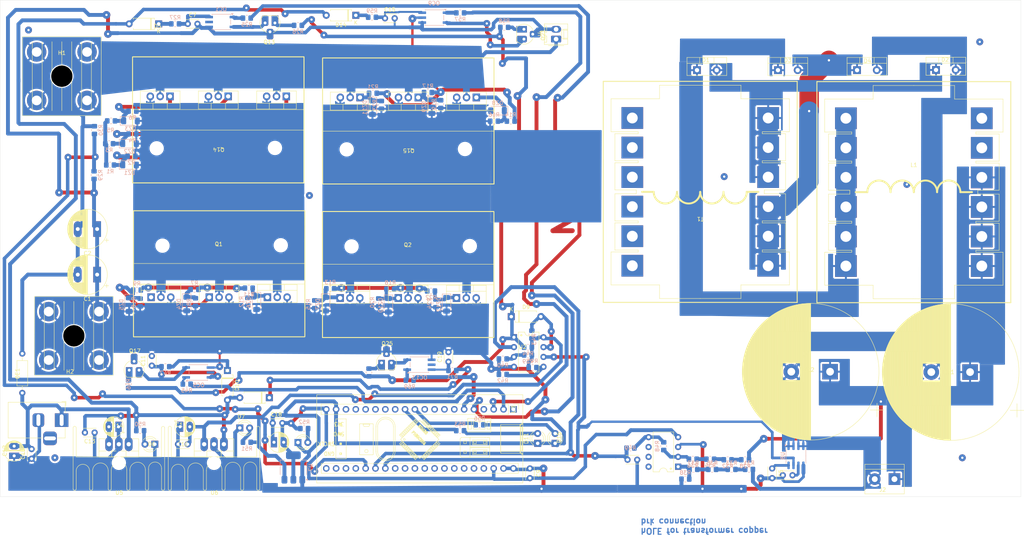
<source format=kicad_pcb>
(kicad_pcb (version 20240108) (generator "pcbnew") (generator_version "8.0")
  (layers (0 "F.Cu" signal) (31 "B.Cu" signal) (34 "B.Paste" user) (35 "F.Paste" user) (36 "B.SilkS" user "B.Silkscreen") (37 "F.SilkS" user "F.Silkscreen") (38 "B.Mask" user) (39 "F.Mask" user) (44 "Edge.Cuts" user))
  (net 0 "")
  (net 1 "+BATT")
  (net 2 "/HB2/MID")
  (net 3 "Net-(DZ1-K)")
  (net 4 "Net-(DZ2-K)")
  (net 5 "Net-(DZ3-K)")
  (net 6 "Net-(DZ4-K)")
  (net 7 "/HB1/MID")
  (net 8 "Net-(DZ10-K)")
  (net 9 "Net-(DZ5-K)")
  (net 10 "Net-(DZ6-K)")
  (net 11 "Net-(DZ7-K)")
  (net 12 "Net-(DZ11-K)")
  (net 13 "Net-(DZ12-K)")
  (net 14 "Net-(DZ8-K)")
  (net 15 "Net-(DZ9-K)")
  (net 16 "Net-(D1-A)")
  (net 17 "Net-(D3-A)")
  (net 18 "+5V")
  (net 19 "GND")
  (net 20 "Net-(OC1-VCC)")
  (net 21 "Vout_sens")
  (net 22 "3V3")
  (net 23 "Net-(OC5-VCC)")
  (net 24 "12V")
  (net 25 "Net-(OC9-VCC)")
  (net 26 "5V")
  (net 27 "Net-(OC13-VCC)")
  (net 28 "Net-(D5-K)")
  (net 29 "Net-(D6-Pad2)")
  (net 30 "Net-(D7-Pad2)")
  (net 31 "Net-(D8-Pad2)")
  (net 32 "Net-(D9-A)")
  (net 33 "CutOff")
  (net 34 "Net-(D10-K)")
  (net 35 "Net-(D11-Pad2)")
  (net 38 "Net-(D14-K)")
  (net 39 "Net-(D15-Pad2)")
  (net 40 "Net-(D18-K)")
  (net 42 "Net-(OC1-Pad1)")
  (net 43 "Net-(Q13-C)")
  (net 44 "H1")
  (net 45 "Net-(Q17-C)")
  (net 46 "H2")
  (net 47 "Net-(OC5-Pad1)")
  (net 48 "Net-(OC9-Pad1)")
  (net 49 "H3")
  (net 50 "Net-(Q21-C)")
  (net 51 "H4")
  (net 52 "Net-(Q25-C)")
  (net 53 "Net-(OC13-Pad1)")
  (net 54 "Net-(Q13-B)")
  (net 55 "Net-(Q17-B)")
  (net 56 "Net-(Q21-B)")
  (net 57 "Net-(Q25-B)")
  (net 58 "CH1")
  (net 59 "Net-(R28-Pad1)")
  (net 60 "Vin_sens")
  (net 61 "Net-(R31-Pad2)")
  (net 62 "Net-(R32-Pad1)")
  (net 63 "Net-(R33-Pad2)")
  (net 64 "Net-(R34-Pad1)")
  (net 65 "Net-(R35-Pad2)")
  (net 66 "Net-(U4--)")
  (net 67 "Net-(U4-+)")
  (net 68 "Net-(U2A-+)")
  (net 69 "Net-(U2B-+)")
  (net 70 "CH1N")
  (net 71 "Net-(R48-Pad1)")
  (net 72 "Net-(U3-PB4)")
  (net 73 "Net-(U3-PB3)")
  (net 74 "CH2N")
  (net 75 "CH2")
  (net 76 "Iout_Sens")
  (net 83 "BRK_IN")
  (net 101 "/Regulated_supply/+12v")
  (net 102 "Net-(U8-FILTER)")
  (net 103 "Net-(D2-A)")
  (net 104 "Net-(D1-K)")
  (net 105 "/comp/+Vcc")
  (net 106 "/comp/Gnd")
  (footprint "inqbe:EE 55" (layer "F.Cu") (at 199.42 83.93 180)
    (property "Reference" "T1")
    (property "Value" "Transformer_1P_1S")
  )
  (footprint "LED_THT:LED_D3.0mm" (layer "F.Cu") (at 162 148.775 90)
    (property "Reference" "D15")
    (property "Value" "LED_3mm")
  )
  (footprint "LED_THT:LED_D3.0mm" (layer "F.Cu") (at 58.775 149 180)
    (property "Reference" "D6")
    (property "Value" "LED_3mm")
  )
  (footprint "Package_TO_SOT_THT:TO-220-2_Vertical" (layer "F.Cu") (at 239.86 52.545)
    (property "Reference" "D4")
    (property "Value" "VS-ETU1506")
  )
  (footprint "inqbe:BluePill_1" (layer "F.Cu") (at 151.24 140 -90)
    (property "Reference" "U3")
    (property "Value" "BluePill" (hide yes))
  )
  (footprint "Resistor_THT:R_Axial_DIN0207_L6.3mm_D2.5mm_P10.16mm_Horizontal" (layer "F.Cu") (at 24.6 135.78 90)
    (property "Reference" "0E1")
    (property "Value" "Resistor")
  )
  (footprint "Capacitor_THT:C_Disc_D3.0mm_W2.0mm_P2.50mm" (layer "F.Cu") (at 89.165113 143.55)
    (property "Reference" "C18")
    (property "Value" "100uF")
  )
  (footprint "Capacitor_THT:C_Disc_D3.0mm_W2.0mm_P2.50mm" (layer "F.Cu") (at 223.215 157 180)
    (property "Reference" "C6" (hide yes))
    (property "Value" "1nF" (hide yes))
  )
  (footprint "Diode_THT:D_A-405_P7.62mm_Horizontal" (layer "F.Cu") (at 77.5 130 -90)
    (property "Reference" "D10")
    (property "Value" "D")
  )
  (footprint "TerminalBlock:TerminalBlock_bornier-2_P5.08mm" (layer "F.Cu") (at 249.5 158 180)
    (property "Reference" "J2")
    (property "Value" "01x02")
  )
  (footprint "PCM_Package_DIP_AKL:DIP-8_W7.62mm" (layer "F.Cu") (at 151.38 121.42)
    (property "Reference" "U2")
    (property "Value" "Opamp_Dual" (hide yes))
  )
  (footprint "Diode_THT:D_A-405_P7.62mm_Horizontal" (layer "F.Cu") (at 110.6 38.4 180)
    (property "Reference" "D14")
    (property "Value" "D")
  )
  (footprint "inqbe:CP_Radial_D5.0mm_P2.50mm" (layer "F.Cu") (at 89.5 148.5)
    (property "Reference" "C20" (hide yes))
    (property "Value" "0.1uF")
  )
  (footprint "inqbe:bolt_terminal_15x14.5mm" (layer "F.Cu") (at 34.8 54.1)
    (property "Reference" "H1")
    (property "Value" "M5_bolt_terminal")
  )
  (footprint "inqbe:EE 55" (layer "F.Cu") (at 254.5 84)
    (property "Reference" "L1")
    (property "Value" "1.2 mH")
  )
  (footprint "LED_THT:LED_D3.0mm" (layer "F.Cu") (at 80.685 144.8)
    (property "Reference" "D7")
    (property "Value" "LED_3mm")
  )
  (footprint "inqbe:CP_Radial_D10.0mm_P5.00mm" (layer "F.Cu") (at 43.9 93.517677 180)
    (property "Reference" "C2")
    (property "Value" "470uF")
  )
  (footprint "inqbe:TO-220-3_Vertical_HS48_PL48_Heatsink" (layer "F.Cu") (at 76.58 149 180)
    (property "Reference" "U6")
    (property "Value" "L7805")
  )
  (footprint "Capacitor_THT:CP_Radial_D35.0mm_P10.00mm_SnapIn" (layer "F.Cu") (at 269 130.4 180)
    (property "Reference" "C21")
    (property "Value" "CP_Generic")
  )
  (footprint "Diode_THT:D_A-405_P7.62mm_Horizontal" (layer "F.Cu") (at 88.31 137 180)
    (property "Reference" "D18" (hide yes))
    (property "Value" "D")
  )
  (footprint "Package_TO_SOT_THT:TO-220-2_Vertical" (layer "F.Cu") (at 260.22 52.49)
    (property "Reference" "D2")
    (property "Value" "VS-ETU1506")
  )
  (footprint "inqbe:CP_Radial_D5.0mm_P2.50mm" (layer "F.Cu") (at 49.415112 144.5 180)
    (property "Reference" "C14")
    (property "Value" "100uF")
  )
  (footprint "Capacitor_THT:CP_Radial_D35.0mm_P10.00mm_SnapIn" (layer "F.Cu") (at 232.9 130.3 180)
    (property "Reference" "C22")
    (property "Value" "CP_Generic")
  )
  (footprint "inqbe:TO-92" (layer "F.Cu") (at 89.685 40.5 180)
    (property "Reference" "Q13")
    (property "Value" "MMSS8050")
  )
  (footprint "inqbe:3 FET heatsink inverter type" (layer "F.Cu") (at 97.25 81.6 180)
    (property "Reference" "Q14")
    (property "Value" "TO-220*3_HS_inverter_type")
  )
  (footprint "Capacitor_THT:C_Disc_D3.0mm_W2.0mm_P2.50mm" (layer "F.Cu") (at 134.5 127.75 90)
    (property "Reference" "C19")
    (property "Value" "100nF")
  )
  (footprint "inqbe:CP_Radial_D10.0mm_P5.00mm" (layer "F.Cu") (at 43.9 105.267677 180)
    (property "Reference" "C1")
    (property "Value" "470uF")
  )
  (footprint "Capacitor_THT:C_Disc_D3.0mm_W2.0mm_P2.50mm" (layer "F.Cu") (at 64.75 149)
    (property "Reference" "C16")
    (property "Value" "0.1uF" (hide yes))
  )
  (footprint "LED_THT:LED_D3.0mm" (layer "F.Cu") (at 157.5 148.775 90)
    (property "Reference" "D11")
    (property "Value" "LED_3mm")
  )
  (footprint "inqbe:3 FET heatsink inverter type" (layer "F.Cu") (at 146.25 81.875 180)
    (property "Reference" "Q15")
    (property "Value" "TO-220*3_HS_inverter_type")
  )
  (footprint "Diode_THT:D_A-405_P7.62mm_Horizontal" (layer "F.Cu") (at 59.77 40.605 180)
    (property "Reference" "D5")
    (property "Value" "D")
  )
  (footprint "PCM_Package_DIP_AKL:DIP-8_W7.62mm" (layer "F.Cu") (at 193.72 154.8 180)
    (property "Reference" "U4" (hide yes))
    (property "Value" "~" (hide yes))
  )
  (footprint "inqbe:TO-92" (layer "F.Cu") (at 154.087 42.063 -90)
    (property "Reference" "Q21")
    (property "Value" "MMSS8050")
  )
  (footprint "inqbe:bolt_terminal_15x14.5mm" (layer "F.Cu") (at 37.9 121.05)
    (property "Reference" "H2")
    (property "Value" "M5_bolt_terminal")
  )
  (footprint "Diode_THT:D_A-405_P7.62mm_Horizontal" (layer "F.Cu") (at 150.69 116.1)
    (property "Reference" "D9")
    (property "Value" "D")
  )
  (footprint "inqbe:3 FET heatsink inverter type" (layer "F.Cu") (at 102 89)
    (property "Reference" "Q2")
    (property "Value" "TO-220*3_HS_inverter_type")
  )
  (footprint "Package_TO_SOT_THT:TO-220-2_Vertical" (layer "F.Cu") (at 219.46 52.545)
    (property "Reference" "D3")
    (property "Value" "VS-ETU1506")
  )
  (footprint "LED_THT:LED_D3.0mm" (layer "F.Cu") (at 95.685 148.55)
    (property "Reference" "D8" (hide yes))
    (property "Value" "LED_3mm")
  )
  (footprint "inqbe:TO-92" (layer "F.Cu") (at 117.3125 127.873)
    (property "Reference" "Q25")
    (property "Value" "MMSS8050")
  )
  (footprint "Connector_BarrelJack:BarrelJack_Horizontal" (layer "F.Cu") (at 34.75 142.7925)
    (property "Reference" "J3" (hide yes))
    (property "Value" "Barrel_Jack_Switch")
  )
  (footprint "inqbe:3 FET heatsink inverter type" (layer "F.Cu") (at 53.25 88.8)
    (property "Reference" "Q1")
    (property "Value" "TO-220*3_HS_inverter_type")
  )
  (footprint "Capacitor_THT:C_Disc_D3.0mm_W2.0mm_P2.50mm" (layer "F.Cu") (at 43.25 146 180)
    (property "Reference" "C13")
    (property "Value" "0.1uF" (hide yes))
  )
  (footprint "Capacitor_THT:C_Disc_D3.0mm_W2.0mm_P2.50mm" (layer "F.Cu") (at 27 152.75 90)
    (property "Reference" "C10")
    (property "Value" "0.1uF")
  )
  (footprint "inqbe:TO-92" (layer "F.Cu") (at 52.23 129.77)
    (property "Reference" "Q17")
    (property "Value" "MMSS8050")
  )
  (footprint "Capacitor_THT:C_Disc_D3.0mm_W2.0mm_P2.50mm" (layer "F.Cu") (at 67.27 40.605)
    (property "Reference" "C7")
    (property "Value" "100nF")
  )
  (footprint "inqbe:CP_Radial_D5.0mm_P2.50mm" (layer "F.Cu") (at 65.294888 144.5)
    (property "Reference" "C17")
    (property "Value" "100uF" (hide yes))
  )
  (footprint "Package_TO_SOT_THT:TO-220-2_Vertical" (layer "F.Cu") (at 198.58 52.545)
    (property "Reference" "D1")
    (property "Value" "VS-ETU1506")
  )
  (footprint "Capacitor_THT:C_Disc_D3.0mm_W2.0mm_P2.50mm" (layer "F.Cu") (at 217.965 155.25 -90)
    (property "Reference" "C5")
    (property "Value" "100nF")
  )
  (footprint "inqbe:TO-220-3_Vertical_HS48_PL48_Heatsink" (layer "F.Cu") (at 52.04 149 180)
    (property "Reference" "U5")
    (property "Value" "L7812" (hide yes))
  )
  (footprint "Capacitor_THT:C_Disc_D3.0mm_W2.0mm_P2.50mm" (layer "F.Cu") (at 183.17 153 180)
    (property "Reference" "C8" (hide yes))
    (property "Value" "0.1uF")
  )
  (footprint "Capacitor_THT:C_Disc_D3.0mm_W2.0mm_P2.50mm" (layer "F.Cu") (at 118.13 39.17)
    (property "Reference" "C15")
    (property "Value" "100nF")
  )
  (footprint "inqbe:CP_Radial_D5.0mm_P2.50mm" (layer "F.Cu") (at 22.5 152 90)
    (property "Reference" "C12")
    (property "Value" "100uF")
  )
  (footprint "Capacitor_THT:C_Disc_D3.0mm_W2.0mm_P2.50mm" (layer "F.Cu") (at 58 128.75 90)
    (property "Reference" "C11")
    (property "Value" "100nF")
  )
  (footprint "inqbe:2pin_RMC" (layer "F.Cu") (at 162.25 44.54 90)
    (property "Reference" "J4")
    (property "Value" "PINHD_1x2_Female")
  )
  (footprint "Capacitor_THT:C_Disc_D3.0mm_W2.0mm_P2.50mm" (layer "F.Cu") (at 155.5 155.25 -90)
    (property "Reference" "C9")
    (property "Value" "Capacitor_NP")
  )
  (footprint "Resistor_SMD:R_0805_2012Metric_Pad1.20x1.40mm_HandSolder" (layer "B.Cu") (at 212 155.5 180)
    (property "Reference" "R31")
    (property "Value" "1M")
  )
  (footprint "Diode_SMD:D_MiniMELF" (layer "B.Cu") (at 85 112.5 -90)
    (property "Reference" "DZ6")
    (property "Value" "D_Zener_Generic")
  )
  (footprint "Resistor_SMD:R_0805_2012Metric_Pad1.20x1.40mm_HandSolder" (layer "B.Cu") (at 142.5 144 180)
    (property "Reference" "R56")
    (property "Value" "1K2")
  )
  (footprint "Resistor_SMD:R_0805_2012Metric_Pad1.20x1.40mm_HandSolder" (layer "B.Cu") (at 55 112.465 -90)
    (property "Reference" "R10")
    (property "Value" "10k")
  )
  (footprint "Diode_SMD:D_MiniMELF" (layer "B.Cu") (at 134 112.925 -90)
    (property "Reference" "DZ12")
    (property "Value" "D_Zener_Generic")
  )
  (footprint "Resistor_SMD:R_0805_2012Metric_Pad1.20x1.40mm_HandSolder" (layer "B.Cu") (at 83 108.75)
    (property "Reference" "R11")
    (property "Value" "10e")
  )
  (footprint "Resistor_SMD:R_0805_2012Metric_Pad1.20x1.40mm_HandSolder" (layer "B.Cu") (at 43.2 68 90)
    (property "Reference" "R30")
    (property "Value" "1K2")
  )
  (footprint "Resistor_SMD:R_0805_2012Metric_Pad1.20x1.40mm_HandSolder" (layer "B.Cu") (at 211 153)
    (property "Reference" "R28")
    (property "Value" "1M")
  )
  (footprint "Resistor_SMD:R_0805_2012Metric_Pad1.20x1.40mm_HandSolder" (layer "B.Cu") (at 150.55 65.7 180)
    (property "Reference" "R14")
    (property "Value" "10e")
  )
  (footprint "Diode_SMD:D_MiniMELF" (layer "B.Cu") (at 52.5 65.625)
    (property "Reference" "DZ3")
    (property "Value" "D_Zener_Generic")
  )
  (footprint "Resistor_SMD:R_0805_2012Metric_Pad1.20x1.40mm_HandSolder" (layer "B.Cu") (at 115 58.5 180)
    (property "Reference" "R21")
    (property "Value" "10e")
  )
  (footprint "Resistor_SMD:R_0805_2012Metric_Pad1.20x1.40mm_HandSolder" (layer "B.Cu") (at 82.5 148.5)
    (property "Reference" "R51")
    (property "Value" "1K2")
  )
  (footprint "Resistor_SMD:R_0805_2012Metric_Pad1.20x1.40mm_HandSolder" (layer "B.Cu") (at 54.157606 109.25 180)
    (property "Reference" "R9")
    (property "Value" "10e")
  )
  (footprint "Resistor_SMD:R_0805_2012Metric_Pad1.20x1.40mm_HandSolder" (layer "B.Cu") (at 47.25 77)
    (property "Reference" "R1")
    (property "Value" "10e")
  )
  (footprint "Resistor_SMD:R_0805_2012Metric_Pad1.20x1.40mm_HandSolder" (layer "B.Cu") (at 95.685 41)
    (property "Reference" "R26")
    (property "Value" "2k2")
  )
  (footprint "Resistor_SMD:R_0805_2012Metric_Pad1.20x1.40mm_HandSolder" (layer "B.Cu") (at 148.5 127)
    (property "Reference" "R40")
    (property "Value" "1K")
  )
  (footprint "Resistor_SMD:R_0805_2012Metric_Pad1.20x1.40mm_HandSolder" (layer "B.Cu") (at 197.5 152.85)
    (property "Reference" "R36")
    (property "Value" "1K")
  )
  (footprint "Resistor_SMD:R_0805_2012Metric_Pad1.20x1.40mm_HandSolder" (layer "B.Cu") (at 97.3 144.955 180)
    (property "Reference" "R52")
    (property "Value" "1K2")
  )
  (footprint "Resistor_SMD:R_0805_2012Metric_Pad1.20x1.40mm_HandSolder" (layer "B.Cu") (at 156 120.72 -90)
    (property "Reference" "R43")
    (property "Value" "1K")
  )
  (footprint "Resistor_SMD:R_0805_2012Metric_Pad1.20x1.40mm_HandSolder" (layer "B.Cu") (at 207.5 155.5 180)
    (property "Reference" "R33")
    (property "Value" "1M")
  )
  (footprint "Resistor_SMD:R_0805_2012Metric_Pad1.20x1.40mm_HandSolder" (layer "B.Cu") (at 47 71.5)
    (property "Reference" "R3")
    (property "Value" "10e")
  )
  (footprint "Resistor_SMD:R_0805_2012Metric_Pad1.20x1.40mm_HandSolder" (layer "B.Cu") (at 124.5 132.5)
    (property "Reference" "R69")
    (property "Value" "330E")
  )
  (footprint "Resistor_SMD:R_0805_2012Metric_Pad1.20x1.40mm_HandSolder" (layer "B.Cu") (at 197.66 155.5 180)
    (property "Reference" "R37")
    (property "Value" "1K")
  )
  (footprint "Resistor_SMD:R_0805_2012Metric_Pad1.20x1.40mm_HandSolder" (layer "B.Cu") (at 155 126)
    (property "Reference" "R39")
    (property "Value" "1K")
  )
  (footprint "Resistor_SMD:R_0805_2012Metric_Pad1.20x1.40mm_HandSolder" (layer "B.Cu") (at 104 108.9 180)
    (property "Reference" "R13")
    (property "Value" "10e")
  )
  (footprint "Resistor_SMD:R_0805_2012Metric_Pad1.20x1.40mm_HandSolder" (layer "B.Cu") (at 202.5 155.5 180)
    (property "Reference" "R35")
    (property "Value" "1M")
  )
  (footprint "Diode_SMD:D_MiniMELF" (layer "B.Cu") (at 67 112.85 -90)
    (property "Reference" "DZ4")
    (property "Value" "D_Zener_Generic")
  )
  (footprint "Resistor_SMD:R_0805_2012Metric_Pad1.20x1.40mm_HandSolder" (layer "B.Cu") (at 52 133.5 -90)
    (property "Reference" "R46")
    (property "Value" "2k2")
  )
  (footprint "Resistor_SMD:R_0805_2012Metric_Pad1.20x1.40mm_HandSolder" (layer "B.Cu") (at 190 149.5 -90)
    (property "Reference" "R48")
    (property "Value" "11k")
  )
  (footprint "Resistor_SMD:R_0805_2012Metric_Pad1.20x1.40mm_HandSolder" (layer "B.Cu") (at 195.58 158 180)
    (property "Reference" "R38")
    (property "Value" "11K")
  )
  (footprint "Diode_SMD:D_MiniMELF" (layer "B.Cu") (at 114.9 62.2 -90)
    (property "Reference" "DZ11")
    (property "Value" "D_Zener_Generic")
  )
  (footprint "Resistor_SMD:R_0805_2012Metric_Pad1.20x1.40mm_HandSolder" (layer "B.Cu") (at 69 109.1 180)
    (property "Reference" "R7")
    (property "Value" "10e")
  )
  (footprint "Resistor_SMD:R_0805_2012Metric_Pad1.20x1.40mm_HandSolder" (layer "B.Cu") (at 64.02 40.605 180)
    (property "Reference" "R27")
    (property "Value" "4E7")
  )
  (footprint "Package_TO_SOT_SMD:SOT-223-3_TabPin2" (layer "B.Cu") (at 94.5 155 90)
    (property "Reference" "U7")
    (property "Value" "AMS1117-3.3")
  )
  (footprint "Diode_SMD:D_MiniMELF" (layer "B.Cu") (at 119 113.175 -90)
    (property "Reference" "DZ10")
    (property "Value" "D_Zener_Generic")
  )
  (footprint "Resistor_SMD:R_0805_2012Metric_Pad1.20x1.40mm_HandSolder" (layer "B.Cu") (at 132.5 61.3 -90)
    (property "Reference" "R19")
    (property "Value" "10k")
  )
  (footprint "Resistor_SMD:R_0805_2012Metric_Pad1.20x1.40mm_HandSolder" (layer "B.Cu") (at 137.5 145.5 180)
    (property "Reference" "R53")
    (property "Value" "1K2" (hide yes))
  )
  (footprint "Diode_SMD:D_MiniMELF" (layer "B.Cu") (at 52.25 71.5)
    (property "Reference" "DZ2")
    (property "Value" "D_Zener_Generic")
  )
  (footprint "Resistor_SMD:R_0805_2012Metric_Pad1.20x1.40mm_HandSolder" (layer "B.Cu") (at 155 124)
    (property "Reference" "R44")
    (property "Value" "1K")
  )
  (footprint "Resistor_SMD:R_0805_2012Metric_Pad1.20x1.40mm_HandSolder" (layer "B.Cu") (at 181.42 150)
    (property "Reference" "R49")
    (property "Value" "68E1")
  )
  (footprint "Resistor_SMD:R_0805_2012Metric_Pad1.20x1.40mm_HandSolder" (layer "B.Cu") (at 100.002394 112.925 -90)
    (property "Reference" "R15")
    (property "Value" "10k")
  )
  (footprint "Resistor_SMD:R_0805_2012Metric_Pad1.20x1.40mm_HandSolder" (layer "B.Cu") (at 82.75 112.25 -90)
    (property "Reference" "R12")
    (property "Value" "10k")
  )
  (footprint "Resistor_SMD:R_0805_2012Metric_Pad1.20x1.40mm_HandSolder" (layer "B.Cu") (at 114.79 38.9 180)
    (property "Reference" "R59")
    (property "Value" "4E7")
  )
  (footprint "Resistor_SMD:R_0805_2012Metric_Pad1.20x1.40mm_HandSolder" (layer "B.Cu") (at 148.875 41.5 180)
    (property "Reference" "R58")
    (property "Value" "2k2" (hide yes))
  )
  (footprint "Resistor_SMD:R_0805_2012Metric_Pad1.20x1.40mm_HandSolder" (layer "B.Cu") (at 129.2 58.3 180)
    (property "Reference" "R17")
    (property "Value" "10e")
  )
  (footprint "Package_SO:SO-5_4.4x3.6mm_P1.27mm" (layer "B.Cu") (at 130.875 39 180)
    (property "Reference" "OC9")
    (property "Value" "TLP152")
  )
  (footprint "Resistor_SMD:R_0805_2012Metric_Pad1.20x1.40mm_HandSolder" (layer "B.Cu") (at 69.25 112.35 -90)
    (property "Reference" "R8")
    (property "Value" "10k")
  )
  (footprint "Resistor_SMD:R_0805_2012Metric_Pad1.20x1.40mm_HandSolder" (layer "B.Cu") (at 55 145.5 180)
    (property "Reference" "R50")
    (property "Value" "1K2")
  )
  (footprint "Resistor_SMD:R_0805_2012Metric_Pad1.20x1.40mm_HandSolder" (layer "B.Cu") (at 117.2 61.5 -90)
    (property "Reference" "R23")
    (property "Value" "10k")
  )
  (footprint "Resistor_SMD:R_0805_2012Metric_Pad1.20x1.40mm_HandSolder" (layer "B.Cu") (at 114 130.5 -90)
    (property "Reference" "R70" (hide yes))
    (property "Value" "2k2")
  )
  (footprint "Resistor_SMD:R_0805_2012Metric_Pad1.20x1.40mm_HandSolder" (layer "B.Cu") (at 137.525 37.77)
    (property "Reference" "R57")
    (property "Value" "330E")
  )
  (footprint "Resistor_SMD:R_0805_2012Metric_Pad1.20x1.40mm_HandSolder" (layer "B.Cu") (at 146.25 65.7 180)
    (property "Reference" "R16")
    (property "Value" "10k")
  )
  (footprint "Diode_SMD:D_MiniMELF" (layer "B.Cu") (at 130.2 61.95 -90)
    (property "Reference" "DZ9")
    (property "Value" "D_Zener_Generic")
  )
  (footprint "Resistor_SMD:R_0805_2012Metric_Pad1.20x1.40mm_HandSolder" (layer "B.Cu") (at 148.5 131)
    (property "Reference" "R42")
    (property "Value" "1K")
  )
  (footprint "Package_SO:SO-5_4.4x3.6mm_P1.27mm" (layer "B.Cu") (at 127 128.5)
    (property "Reference" "OC13")
    (property "Value" "TLP152")
  )
  (footprint "Resistor_SMD:R_0805_2012Metric_Pad1.20x1.40mm_HandSolder" (layer "B.Cu") (at 67 133.5)
    (property "Reference" "R45")
    (property "Value" "330E")
  )
  (footprint "Resistor_SMD:R_0805_2012Metric_Pad1.20x1.40mm_HandSolder" (layer "B.Cu") (at 52.75 74.75)
    (property "Reference" "R2")
    (property "Value" "10k")
  )
  (footprint "Resistor_SMD:R_0805_2012Metric_Pad1.20x1.40mm_HandSolder" (layer "B.Cu") (at 119.5 109 180)
    (property "Reference" "R18")
    (property "Value" "10e")
  )
  (footprint "Diode_SMD:D_MiniMELF" (layer "B.Cu") (at 147.15 63 180)
    (property "Reference" "DZ8")
    (property "Value" "D_Zener_Generic")
  )
  (footprint "Resistor_SMD:R_0805_2012Metric_Pad1.20x1.40mm_HandSolder" (layer "B.Cu") (at 135.5 130)
    (property "Reference" "R71")
    (property "Value" "4E7")
  )
  (footprint "Resistor_SMD:R_0805_2012Metric_Pad1.20x1.40mm_HandSolder" (layer "B.Cu") (at 202 152.85)
    (property "Reference" "R34")
    (property "Value" "1M")
  )
  (footprint "Package_SO:SO-5_4.4x3.6mm_P1.27mm" (layer "B.Cu") (at 70 130.5)
    (property "Reference" "OC5")
    (property "Value" "TLP152")
  )
  (footprint "Diode_SMD:D_MiniMELF" (layer "B.Cu") (at 52.157606 113 -90)
    (property "Reference" "DZ5")
    (property "Value" "D_Zener_Generic")
  )
  (footprint "Resistor_SMD:R_0805_2012Metric_Pad1.20x1.40mm_HandSolder" (layer "B.Cu") (at 53 69)
    (property "Reference" "R4")
    (property "Value" "10k")
  )
  (footprint "Resistor_SMD:R_0805_2012Metric_Pad1.20x1.40mm_HandSolder" (layer "B.Cu") (at 131.25 112.675 -90)
    (property "Reference" "R24")
    (property "Value" "10k")
  )
  (footprint "Diode_SMD:D_MiniMELF" (layer "B.Cu") (at 102.8 112.88 -90)
    (property "Reference" "DZ7")
    (property "Value" "D_Zener_Generic")
  )
  (footprint "Resistor_SMD:R_0805_2012Metric_Pad1.20x1.40mm_HandSolder" (layer "B.Cu") (at 156.18 129.22 180)
    (property "Reference" "R41")
    (property "Value" "470E")
  )
  (footprint "Resistor_SMD:R_0805_2012Metric_Pad1.20x1.40mm_HandSolder" (layer "B.Cu") (at 82.5 39.125)
    (property "Reference" "R25")
    (property "Value" "330E")
  )
  (footprint "Resistor_SMD:R_0805_2012Metric_Pad1.20x1.40mm_HandSolder" (layer "B.Cu") (at 47.5 65.625)
    (property "Reference" "R5")
    (property "Value" "10e")
  )
  (footprint "Resistor_SMD:R_0805_2012Metric_Pad1.20x1.40mm_HandSolder" (layer "B.Cu") (at 130 109.5)
    (property "Reference" "R22")
    (property "Value" "10e")
  )
  (footprint "Resistor_SMD:R_0805_2012Metric_Pad1.20x1.40mm_HandSolder" (layer "B.Cu") (at 43.1 79.6 90)
    (property "Reference" "R29")
    (property "Value" "330E")
  )
  (footprint "Resistor_SMD:R_0805_2012Metric_Pad1.20x1.40mm_HandSolder" (layer "B.Cu") (at 116.5 112.425 -90)
    (property "Reference" "R20")
    (property "Value" "10k")
  )
  (footprint "Diode_SMD:D_MiniMELF" (layer "B.Cu") (at 52.25 77)
    (property "Reference" "DZ1")
    (property "Value" "D_Zener_Generic")
  )
  (footprint "Package_SO:SO-5_4.4x3.6mm_P1.27mm" (layer "B.Cu") (at 75.92 40.125 180)
    (property "Reference" "OC1")
    (property "Value" "TLP152")
  )
  (footprint "Resistor_SMD:R_0805_2012Metric_Pad1.20x1.40mm_HandSolder" (layer "B.Cu") (at 206.5 153)
    (property "Reference" "R32")
    (property "Value" "1M")
  )
  (footprint "Resistor_SMD:R_0805_2012Metric_Pad1.20x1.40mm_HandSolder" (layer "B.Cu") (at 61.5 129)
    (property "Reference" "R47")
    (property "Value" "4E7")
  )
  (footprint "Resistor_SMD:R_0805_2012Metric_Pad1.20x1.40mm_HandSolder" (layer "B.Cu") (at 53 63.125)
    (property "Reference" "R6")
    (property "Value" "10k")
  )
  (footprint "Package_SO:SOIC-8_3.9x4.9mm_P1.27mm" (layer "B.Cu") (at 224.1 151.9875 -90)
    (property "Reference" "U8")
    (property "Value" "ACS712xLCTR-05B")
  )
  (gr_rect (start 18.875 34.5) (end 282.125 162.5) (stroke (width 0.05)) (fill none) (layer "Edge.Cuts"))
  (gr_text "FAN" (at 160.75 80.5 270) (layer "F.Cu") (effects (font (size 5 5) (thickness 1.25) (bold yes)) (justify left bottom)))
  (gr_text "hOLE for transformer copper\nbrk connection\n" (at 183.9 168.1 180) (layer "B.Cu") (effects (font (size 1.5 1.5) (thickness 0.3) (bold yes)) (justify left bottom mirror)))
  (via (at 26.2 42.2) (size 1.8) (drill 0.6) (layers "F.Cu" "B.Cu") (net 0))
  (via (at 98.64 84.85) (size 1.8) (drill 0.6) (layers "F.Cu" "B.Cu") (net 0))
  (via (at 267 152.5) (size 1.8) (drill 0.6) (layers "F.Cu" "B.Cu") (net 0))
  (via (at 33 152.5) (size 1.8) (drill 0.6) (layers "F.Cu" "B.Cu") (net 0))
  (via (at 271.5 45.25) (size 1.8) (drill 0.6) (layers "F.Cu" "B.Cu") (net 0))
  (via (at 252.7 82) (size 1.8) (drill 0.6) (layers "F.Cu" "B.Cu") (net 0))
  (via (at 205.6 80) (size 1.8) (drill 0.6) (layers "F.Cu" "B.Cu") (net 0))
  (segment (start 160.725 47.9) (end 144.2 47.9) (width 1) (layer "B.Cu") (net 1))
  (segment (start 162.25 46.375) (end 160.725 47.9) (width 1) (layer "B.Cu") (net 1))
  (segment (start 39.3 63.5) (end 40.05 64.25) (width 1) (layer "B.Cu") (net 1))
  (segment (start 38.9 93.517677) (end 38.9 105.267677) (width 1) (layer "B.Cu") (net 1))
  (segment (start 39.3 63.3) (end 39.3 63.5) (width 1) (layer "B.Cu") (net 1))
  (segment (start 26.032323 105.267677) (end 38.9 105.267677) (width 1) (layer "B.Cu") (net 1))
  (segment (start 144.2 47.9) (end 141.9 50.2) (width 1) (layer "B.Cu") (net 1))
  (segment (start 38.9 93.517677) (end 40.132323 92.285354) (width 1) (layer "B.Cu") (net 1))
  (segment (start 38.9 93.517677) (end 40.1 92.317677) (width 1) (layer "B.Cu") (net 1))
  (segment (start 40.3 67) (end 40.3 64.3) (width 1) (layer "B.Cu") (net 1))
  (segment (start 24.6 125.62) (end 24.6 106.7) (width 1) (layer "B.Cu") (net 1))
  (segment (start 162.25 44.54) (end 162.25 46.375) (width 0.9) (layer "B.Cu") (net 1))
  (segment (start 24.6 106.7) (end 26.032323 105.267677) (width 1) (layer "B.Cu") (net 1))
  (segment (start 40.1 67.2) (end 40.3 67) (width 1) (layer "B.Cu") (net 1))
  (segment (start 40.1 92.317677) (end 40.1 67.2) (width 1) (layer "B.Cu") (net 1))
  (segment (start 40.3 67) (end 43.2 67) (width 1) (layer "B.Cu") (net 1))
  (segment (start 40.3 64.3) (end 39.3 63.3) (width 1) (layer "B.Cu") (net 1))
  (segment (start 92.69 61.3) (end 92.69 59.3) (width 1) (layer "F.Cu") (net 3))
  (segment (start 49 74.5) (end 49.55 75.05) (width 1) (layer "F.Cu") (net 3))
  (segment (start 78.94 75.05) (end 92.69 61.3) (width 1) (layer "F.Cu") (net 3))
  (segment (start 49.55 75.05) (end 78.94 75.05) (width 1) (layer "F.Cu") (net 3))
  (via (at 49 74.5) (size 2) (drill 0.6) (layers "F.Cu" "B.Cu") (net 3))
  (segment (start 50.5 77) (end 50.5 76) (width 1) (layer "B.Cu") (net 3))
  (segment (start 50.5 76) (end 50.875 75.625) (width 1) (layer "B.Cu") (net 3))
  (segment (start 51.75 74.75) (end 49.25 74.75) (width 1) (layer "B.Cu") (net 3))
  (segment (start 50.875 75.625) (end 51.75 74.75) (width 1) (layer "B.Cu") (net 3))
  (segment (start 49.25 74.75) (end 49 74.5) (width 1) (layer "B.Cu") (net 3))
  (segment (start 48.25 77) (end 50.5 77) (width 1) (layer "B.Cu") (net 3))
  (segment (start 68.258752 69) (end 77.69 59.568752) (width 1) (layer "F.Cu") (net 4))
  (segment (start 77.69 59.568752) (end 77.69 59.3) (width 1) (layer "F.Cu") (net 4))
  (segment (start 49 69) (end 68.258752 69) (width 1) (layer "F.Cu") (net 4))
  (via (at 49 69) (size 2) (drill 0.6) (layers "F.Cu" "B.Cu") (net 4))
  (segment (start 52 69) (end 49 69) (width 1) (layer "B.Cu") (net 4))
  (segment (start 48 71.5) (end 50.5 71.5) (width 1) (layer "B.Cu") (net 4))
  (segment (start 50.5 71.5) (end 50.5 70.5) (width 1) (layer "B.Cu") (net 4))
  (segment (start 50.5 70.5) (end 52 69) (width 1) (layer "B.Cu") (net 4))
  (segment (start 61.99 62) (end 62.69 61.3) (width 1) (layer "F.Cu") (net 5))
  (segment (start 49.5 62) (end 61.99 62) (width 1) (layer "F.Cu") (net 5))
  (segment (start 62.69 61.3) (end 62.69 59.3) (width 1) (layer "F.Cu") (net 5))
  (via (at 49.5 62) (size 2) (drill 0.6) (layers "F.Cu" "B.Cu") (net 5))
  (segment (start 50.75 65.625) (end 50.75 64.375) (width 1) (layer "B.Cu") (net 5))
  (segment (start 52 63.125) (end 50.625 63.125) (width 1) (layer "B.Cu") (net 5))
  (segment (start 48.5 65.625) (end 50.75 65.625) (width 1) (layer "B.Cu") (net 5))
  (segment (start 50.75 64.375) (end 52 63.125) (width 1) (layer "B.Cu") (net 5))
  (segment (start 50.625 63.125) (end 49.5 62) (width 1) (layer "B.Cu") (net 5))
  (segment (start 67 111.1) (end 67 110.1) (width 1) (layer "B.Cu") (net 6))
  (segment (start 67 111.1) (end 69 111.1) (width 1) (layer "B.Cu") (net 6))
  (segment (start 69 111.1) (end 69.25 111.35) (width 1) (layer "B.Cu") (net 6))
  (segment (start 67 110.1) (end 68 109.1) (width 1) (layer "B.Cu") (net 6))
  (segment (start 116.5 111.425) (end 119 111.425) (width 0.9) (layer "B.Cu") (net 8))
  (segment (start 118.5 110.925) (end 119 111.425) (width 0.9) (layer "B.Cu") (net 8))
  (segment (start 119 111.425) (end 121.435 111.425) (width 0.9) (layer "B.Cu") (net 8))
  (segment (start 118.5 109) (end 118.5 110.925) (width 0.9) (layer "B.Cu") (net 8))
  (segment (start 121.435 111.425) (end 121.56 111.3) (width 0.9) (layer "B.Cu") (net 8))
  (segment (start 49.7 108.6) (end 49.7 108.7) (width 1) (layer "F.Cu") (net 9))
  (segment (start 70.81 113.1) (end 72.81 111.1) (width 1) (layer "F.Cu") (net 9))
  (segment (start 49.7 108.7) (end 54.1 113.1) (width 1) (layer "F.Cu") (net 9))
  (segment (start 54.1 113.1) (end 70.81 113.1) (width 1) (layer "F.Cu") (net 9))
  (via (at 49.7 108.6) (size 2) (drill 0.6) (layers "F.Cu" "B.Cu") (net 9))
  (segment (start 53.157606 110.25) (end 52.157606 111.25) (width 0.9) (layer "B.Cu") (net 9))
  (segment (start 55.157606 111.307394) (end 55 111.465) (width 0.9) (layer "B.Cu") (net 9))
  (segment (start 53.157606 109.25) (end 53.157606 110.25) (width 0.9) (layer "B.Cu") (net 9))
  (segment (start 51.507606 108.6) (end 53.157606 110.25) (width 1) (layer "B.Cu") (net 9))
  (segment (start 52.157606 111.25) (end 54.785 111.25) (width 0.9) (layer "B.Cu") (net 9))
  (segment (start 72.695 111.215) (end 72.81 111.1) (width 0.9) (layer "B.Cu") (net 9))
  (segment (start 54.785 111.25) (end 55 111.465) (width 0.9) (layer "B.Cu") (net 9))
  (segment (start 49.7 108.6) (end 51.507606 108.6) (width 1) (layer "B.Cu") (net 9))
  (segment (start 82.75 111.25) (end 84.5 111.25) (width 0.9) (layer "B.Cu") (net 10))
  (segment (start 85 110.75) (end 87.46 110.75) (width 0.9) (layer "B.Cu") (net 10))
  (segment (start 84.5 111.25) (end 85 110.75) (width 0.9) (layer "B.Cu") (net 10))
  (segment (start 87.46 110.75) (end 87.81 111.1) (width 0.9) (layer "B.Cu") (net 10))
  (segment (start 84 108.75) (end 84 109.75) (width 0.9) (layer "B.Cu") (net 10))
  (segment (start 84 109.75) (end 85 110.75) (width 0.9) (layer "B.Cu") (net 10))
  (segment (start 102.8 109.1) (end 103 108.9) (width 1) (layer "B.Cu") (net 11))
  (segment (start 102.8 111.13) (end 102.8 109.1) (width 1) (layer "B.Cu") (net 11))
  (segment (start 102.005 111.925) (end 102.8 111.13) (width 1) (layer "B.Cu") (net 11))
  (segment (start 106.39 111.13) (end 106.56 111.3) (width 1) (layer "B.Cu") (net 11))
  (segment (start 100.002394 111.925) (end 102.005 111.925) (width 1) (layer "B.Cu") (net 11))
  (segment (start 102.8 111.13) (end 106.39 111.13) (width 1) (layer "B.Cu") (net 11))
  (segment (start 114 59.55) (end 114.9 60.45) (width 1) (layer "B.Cu") (net 12))
  (segment (start 113.975 59.575) (end 114 59.55) (width 1) (layer "B.Cu") (net 12))
  (segment (start 111.69 59.575) (end 113.975 59.575) (width 1) (layer "B.Cu") (net 12))
  (segment (start 114.9 60.45) (end 117.15 60.45) (width 1) (layer "B.Cu") (net 12))
  (segment (start 114 58.5) (end 114 59.55) (width 1) (layer "B.Cu") (net 12))
  (segment (start 117.15 60.45) (end 117.2 60.5) (width 1) (layer "B.Cu") (net 12))
  (segment (start 136.435 111.175) (end 136.56 111.3) (width 0.9) (layer "B.Cu") (net 13))
  (segment (start 131 111.425) (end 131.25 111.675) (width 0.9) (layer "B.Cu") (net 13))
  (segment (start 134 111.175) (end 136.435 111.175) (width 0.9) (layer "B.Cu") (net 13))
  (segment (start 131.25 111.675) (end 133.5 111.675) (width 0.9) (layer "B.Cu") (net 13))
  (segment (start 131 109.5) (end 131 111.425) (width 0.9) (layer "B.Cu") (net 13))
  (segment (start 133.5 111.675) (end 134 111.175) (width 0.9) (layer "B.Cu") (net 13))
  (segment (start 148.9 63) (end 148.9 61.8) (width 1) (layer "B.Cu") (net 14))
  (segment (start 146.675 59.575) (end 141.69 59.575) (width 1) (layer "B.Cu") (net 14))
  (segment (start 148.9 65.05) (end 149.55 65.7) (width 1) (layer "B.Cu") (net 14))
  (segment (start 147.25 65.7) (end 148.25 65.7) (width 1) (layer "B.Cu") (net 14))
  (segment (start 148.9 61.8) (end 146.675 59.575) (width 1) (layer "B.Cu") (net 14))
  (segment (start 148.9 63) (end 148.9 65.05) (width 1) (layer "B.Cu") (net 14))
  (segment (start 148.25 65.7) (end 148.9 65.05) (width 1) (layer "B.Cu") (net 14))
  (segment (start 128.2 58.3) (end 128.2 59.45) (width 1) (layer "B.Cu") (net 15))
  (segment (start 128.325 59.575) (end 128.95 60.2) (width 1) (layer "B.Cu") (net 15))
  (segment (start 130.2 60.2) (end 132.4 60.2) (width 1) (layer "B.Cu") (net 15))
  (segment (start 128.2 59.45) (end 128.325 59.575) (width 1) (layer "B.Cu") (net 15))
  (segment (start 132.4 60.2) (end 132.5 60.3) (width 1) (layer "B.Cu") (net 15))
  (segment (start 128.95 60.2) (end 130.2 60.2) (width 1) (layer "B.Cu") (net 15))
  (segment (start 128.325 59.575) (end 126.69 59.575) (width 1) (layer "B.Cu") (net 15))
  (segment (start 216.94 80.12) (end 216.94 64.88) (width 5) (layer "B.Cu") (net 16))
  (segment (start 227.5 55.1) (end 232.6 50) (width 5) (layer "F.Cu") (net 17))
  (segment (start 227.5 63.1) (end 227.5 55.1) (width 5) (layer "F.Cu") (net 17))
  (via (at 227.5 63.1) (size 2) (drill 0.6) (layers "F.Cu" "B.Cu") (net 17))
  (via (at 232.6 50) (size 2) (drill 0.6) (layers "F.Cu" "B.Cu") (net 17))
  (segment (start 216.94 87.74) (end 216.94 95.36) (width 5) (layer "B.Cu") (net 17))
  (segment (start 216.94 102.98) (end 216.94 95.36) (width 5) (layer "B.Cu") (net 17))
  (segment (start 227.4 63.2) (end 227.4 81.26) (width 5) (layer "B.Cu") (net 17))
  (segment (start 220.92 87.74) (end 216.94 87.74) (width 5) (layer "B.Cu") (net 17))
  (segment (start 227.4 63.2) (end 227.5 63.1) (width 5) (layer "B.Cu") (net 17))
  (segment (start 227.4 81.26) (end 220.92 87.74) (width 5) (layer "B.Cu") (net 17))
  (segment (start 218.7525 154.4625) (end 217.965 155.25) (width 0.7) (layer "B.Cu") (net 18))
  (segment (start 222.195 154.4625) (end 218.7525 154.4625) (width 0.7) (layer "B.Cu") (net 18))
  (segment (start 46.3 38.3) (end 46.7 38.7) (width 1) (layer "F.Cu") (net 19))
  (segment (start 200.2 149.1) (end 200 149.3) (width 0.9) (layer "F.Cu") (net 19))
  (segment (start 215 159.5) (end 214 160.5) (width 1) (layer "F.Cu") (net 19))
  (segment (start 159.5 134.245114) (end 154.819283 129.564397) (width 1) (layer "F.Cu") (net 19))
  (segment (start 34.1 84.1) (end 43 84.1) (width 1) (layer "F.Cu") (net 19))
  (segment (start 159 160) (end 158.5 160.5) (width 1) (layer "F.Cu") (net 19))
  (segment (start 159.25 155.5) (end 159 155.25) (width 0.9) (layer "F.Cu") (net 19))
  (segment (start 215 157.8) (end 215 159.5) (width 1) (layer "F.Cu") (net 19))
  (segment (start 46.7 38.7) (end 46.7 43.2) (width 1) (layer "F.Cu") (net 19))
  (segment (start 214 160.5) (end 210 160.5) (width 1) (layer "F.Cu") (net 19))
  (segment (start 159.5 137.5) (end 159.5 134.245114) (width 1) (layer "F.Cu") (net 19))
  (segment (start 154.819283 129.564397) (end 145.530304 129.564397) (width 1) (layer "F.Cu") (net 19))
  (segment (start 159 155.25) (end 159 160) (width 1) (layer "F.Cu") (net 19))
  (segment (start 43 84.1) (end 43.1 84.2) (width 1) (layer "F.Cu") (net 19))
  (segment (start 200 149.3) (end 200 160.5) (width 0.9) (layer "F.Cu") (net 19))
  (segment (start 75.5 129) (end 75.5 125) (width 0.5) (layer "F.Cu") (net 19))
  (via (at 75.5 129) (size 1.8) (drill 0.6) (layers "F.Cu" "B.Cu") (net 19))
  (via (at 200.2 149.1) (size 1.8) (drill 0.6) (layers "F.Cu" "B.Cu") (net 19))
  (via (at 215 157.8) (size 2) (drill 0.6) (layers "F.Cu" "B.Cu") (net 19))
  (via (at 43.1 84.2) (size 2) (drill 0.6) (layers "F.Cu" "B.Cu") (net 19))
  (via (at 159 155.25) (size 2) (drill 0.6) (layers "F.Cu" "B.Cu") (net 19))
  (via (at 46.7 43.2) (size 2) (drill 0.6) (layers "F.Cu" "B.Cu") (net 19))
  (via (at 158.5 160.5) (size 2) (drill 0.6) (layers "F.Cu" "B.Cu") (net 19))
  (via (at 145.530304 129.564397) (size 2) (drill 0.6) (layers "F.Cu" "B.Cu") (net 19))
  (via (at 200 160.5) (size 2) (drill 0.6) (layers "F.Cu" "B.Cu") (net 19))
  (via (at 34.1 84.1) (size 2) (drill 0.6) (layers "F.Cu" "B.Cu") (net 19))
  (via (at 75.5 125) (size 1.8) (drill 0.6) (layers "F.Cu" "B.Cu") (net 19))
  (via (at 159.5 137.5) (size 2) (drill 0.6) (layers "F.Cu" "B.Cu") (net 19))
  (via (at 46.3 38.3) (size 2) (drill 0.6) (layers "F.Cu" "B.Cu") (net 19))
  (via (at 210 160.5) (size 2) (drill 0.6) (layers "F.Cu" "B.Cu") (net 19))
  (segment (start 22.9 37) (end 20.9 39) (width 1) (layer "B.Cu") (net 19))
  (segment (start 127.725 41.95) (end 127.875 42.1) (width 0.9) (layer "B.Cu") (net 19))
  (segment (start 28.75 142.7925) (end 29 143.0425) (width 0.9) (layer "B.Cu") (net 19))
  (segment (start 46.3 38.3) (end 41.8 38.3) (width 1) (layer "B.Cu") (net 19))
  (segment (start 224.815 158.65) (end 226.035 157.43) (width 0.7) (layer "B.Cu") (net 19))
  (segment (start 146.125 40.463174) (end 147.088174 39.5) (width 0.9) (layer "B.Cu") (net 19))
  (segment (start 97.5 151) (end 95.685 149.185) (width 0.9) (layer "B.Cu") (net 19))
  (segment (start 40.5 37) (end 22.9 37) (width 1) (layer "B.Cu") (net 19))
  (segment (start 58.775 149) (end 58.775 152.775) (width 0.9) (layer "B.Cu") (net 19))
  (segment (start 183.17 153) (end 183.17 160.17) (width 0.9) (layer "B.Cu") (net 19))
  (segment (start 105.5 141.222081) (end 105.5 148.8) (width 1) (layer "B.Cu") (net 19))
  (segment (start 20.9 39) (end 20.9 68.9) (width 1) (layer "B.Cu") (net 19))
  (segment (start 75.27 129.23) (end 75.5 129) (width 0.5) (layer "B.Cu") (net 19))
  (segment (start 156.1 140.9) (end 156.1 142.55) (width 1) (layer "B.Cu") (net 19))
  (segment (start 68.50637 43) (end 69.77 41.73637) (width 1) (layer "B.Cu") (net 19))
  (segment (start 120.63 41.37) (end 120.5 41.5) (width 0.5) (layer "B.Cu") (net 19))
  (segment (start 145.530304 129.564397) (end 145.530304 128.030304) (width 1) (layer "B.Cu") (net 19))
  (segment (start 98.971826 41.5) (end 120.5 41.5) (width 0.9) (layer "B.Cu") (net 19))
  (segment (start 221.115 158.65) (end 224.815 158.65) (width 0.7) (layer "B.Cu") (net 19))
  (segment (start 146.125 41.5) (end 146.125 40.463174) (width 0.9) (layer "B.Cu") (net 19))
  (segment (start 88.026 43.095) (end 74.22 43.095) (width 1) (layer "B.Cu") (net 19))
  (segment (start 49.415112 148.915112) (end 49.5 149) (width 0.9) (layer "B.Cu") (net 19))
  (segment (start 96.8 153.7) (end 96.8 158.15) (width 1) (layer "B.Cu") (net 19))
  (segment (start 74.22 43.095) (end 72.77 41.645) (width 1) (layer "B.Cu") (net 19))
  (segment (start 49.3 43) (end 65.53137 43) (width 0.9) (layer "B.Cu") (net 19))
  (segment (start 147.5 131) (end 147.5 129.5) (width 0.9) (layer "B.Cu") (net 19))
  (segment (start 158.875 42) (end 157.5 42) (width 0.9) (layer "B.Cu") (net 19))
  (segment (start 74.04 150.04) (end 77 153) (width 0.9) (layer "B.Cu") (net 19))
  (segment (start 34.1 69.1) (end 34.1 84.1) (width 1) (layer "B.Cu") (net 19))
  (segment (start 92.5 140.5) (end 95.05 137.95) (width 1) (layer "B.Cu") (net 19))
  (segment (start 89.165113 143.55) (end 89.165113 141.942444) (width 1) (layer "B.Cu") (net 19))
  (segment (start 159.5 137.5) (end 156.1 140.9) (width 1) (layer "B.Cu") (net 19))
  (segment (start 151.38 129.04) (end 147.96 129.04) (width 0.9) (layer "B.Cu") (net 19))
  (segment (start 127.725 40.27) (end 127.725 41.95) (width 0.9) (layer "B.Cu") (net 19))
  (segment (start 145.525 42.1) (end 146.125 41.5) (width 0.9) (layer "B.Cu") (net 19))
  (segment (start 220.715 157) (end 220.715 157.25) (width 0.7) (layer "B.Cu") (net 19))
  (segment (start 147.96 129.04) (end 147.75 129.25) (width 0.9) (layer "B.Cu") (net 19))
  (segment (start 80.685 144.8) (end 79.5 145.985) (width 1) (layer "B.Cu") (net 19))
  (segment (start 20.9 68.9) (end 33.9 68.9) (width 1) (layer "B.Cu") (net 19))
  (segment (start 96.8 160.55) (end 97 160.75) (width 1) (layer "B.Cu") (net 19))
  (segment (start 64.75 152.25) (end 64.5 152.5) (width 0.9) (layer "B.Cu") (net 19))
  (segment (start 104.95 137.95) (end 105.52 138.52) (width 1) (layer "B.Cu") (net 19))
  (segment (start 49.415112 144.5) (end 49.415112 148.915112) (width 0.9) (layer "B.Cu") (net 19))
  (segment (start 194.58 159.92) (end 194.5 160) (width 1) (layer "B.Cu") (net 19))
  (segment (start 43.9 105.267677) (end 43.9 114.3) (width 1) (layer "B.Cu") (net 19))
  (segment (start 43.25 152.25) (end 43.5 152.5) (width 0.9) (layer "B.Cu") (net 19))
  (segment (start 147.75 129.25) (end 147.5 129.5) (width 0.9) (layer "B.Cu") (net 19))
  (segment (start 100.35 141.65) (end 92.65 141.65) (width 1) (layer "B.Cu") (net 19))
  (segment (start 74.04 149) (end 74.04 150.04) (width 0.9) (layer "B.Cu") (net 19))
  (segment (start 127.875 42.1) (end 145.525 42.1) (width 0.9) (layer "B.Cu") (net 19))
  (segment (start 217.915 157.8) (end 217.965 157.75) (width 1) (layer "B.Cu") (net 19))
  (segment (start 89.165113 141.942444) (end 89.607557 141.5) (width 1) (layer "B.Cu") (net 19))
  (segment (start 220.215 157.75) (end 217.965 157.75) (width 0.7) (layer "B.Cu") (net 19))
  (segment (start 120.63 39.17) (end 120.63 41.37) (width 0.5) (layer "B.Cu") (net 19))
  (segment (start 164.275 145.822994) (end 164.275 148.775) (width 1) (layer "B.Cu") (net 19))
  (segment (start 29 143.0425) (end 29 150.75) (width 0.9) (layer "B.Cu") (net 19))
  (segment (start 97.621826 42.85) (end 98.971826 41.5) (width 0.9) (layer "B.Cu") (net 19))
  (segment (start 92.65 141.65) (end 92.5 141.5) (width 1) (layer "B.Cu") (net 19))
  (segment (start 69.77 41.73637) (end 69.77 40.605) (width 0.9) (layer "B.Cu") (net 19))
  (segment (start 97 160.75) (end 98 160.75) (width 1) (layer "B.Cu") (net 19))
  (segment (start 96.8 158.15) (end 96.8 160.55) (width 1) (layer "B.Cu") (net 19))
  (segment (start 49.5 150.105) (end 47 152.605) (width 1) (layer "B.Cu") (net 19))
  (segment (start 200.2 149.1) (end 200.1 149) (width 0.7) (layer "B.Cu") (net 19))
  (segment (start 157.5 42) (end 156.23 43.27) (width 0.9) (layer "B.Cu") (net 19))
  (segment (start 101 148.5) (end 101 142.3) (width 1) (layer "B.Cu") (net 19))
  (segment (start 183.17 160.17) (end 183.5 160.5) (width 0.9) (layer "B.Cu") (net 19))
  (segment (start 215 157.8) (end 215.05 157.75) (width 1) (layer "B.Cu") (net 19))
  (segment (start 226.035 157.43) (end 226.035 156.4175) (width 0.7) (layer "B.Cu") (net 19))
  (segment (start 148.7 155.24) (end 151.24 155.24) (width 0.9) (layer "B.Cu") (net 19))
  (segment (start 88.478 42.643) (end 88.026 43.095) (width 1) (layer "B.Cu") (net 19))
  (segment (start 89.165113 143.55) (end 89.165113 148.165113) (width 0.9) (layer "B.Cu") (net 19))
  (segment (start 70.81 41.645) (end 69.77 40.605) (width 1) (layer "B.Cu") (net 19))
  (segment (start 43.9 105.267677) (end 43.9 93.517677) (width 1) (layer "B.Cu") (net 19))
  (segment (start 161.002006 142.55) (end 164.275 145.822994) (width 1) (layer "B.Cu") (net 19))
  (segment (start 194.44 149) (end 193.72 149.72) (width 0.7) (layer "B.Cu") (net 19))
  (segment (start 147.435603 129.564397) (end 145.530304 129.564397) (width 1) (layer "B.Cu") (net 19))
  (segment (start 64.75 145.044888) (end 65.294888 144.5) (width 0.9) (layer "B.Cu") (net 19))
  (segment (start 130.15 127.23) (end 130.15 125.65) (width 0.5) (layer "B.Cu") (net 19))
  (segment (start 156.1 142.55) (end 161.002006 142.55) (width 1) (layer "B.Cu") (net 19))
  (segment (start 98.5 151) (end 98.5 152) (width 1) (layer "B.Cu") (net 19))
  (segment (start 89.607557 141.5) (end 92.5 141.5) (width 1) (layer "B.Cu") (net 19))
  (segment (start 29 150.75) (end 27 152.75) (width 0.9) (layer "B.Cu") (net 19))
  (segment (start 164.275 148.775) (end 162 148.775) (width 1) (layer "B.Cu") (net 19))
  (segment (start 41.8 38.3) (end 40.5 37) (width 1) (layer "B.Cu") (net 19))
  (segment (start 46.9 43) (end 46.7 43.2) (width 1) (layer "B.Cu") (net 19))
  (segment (start 86.008 43.095) (end 86.281 43.095) (width 0.9) (layer "B.Cu") (net 19))
  (segment (start 220.715 158.25) (end 221.115 158.65) (width 0.7) (layer "B.Cu") (net 19))
  (segment (start 73.15 129.23) (end 75.27 129.23) (width 0.5) (layer "B.Cu") (net 19))
  (segment (start 105.52 138.52) (end 105.52 140) (width 1) (layer "B.Cu") (net 19))
  (segment (start 127.275 41.5) (end 127.875 42.1) (width 1) (layer "B.Cu") (net 19))
  (segment (start 88.685 42.85) (end 97.621826 42.85) (width 0.9) (layer "B.Cu") (net 19))
  (segment (start 159 155.25) (end 155.5 155.25) (width 0.9) (layer "B.Cu") (net 19))
  (segment (start 145.530304 128.030304) (end 142.5 125) (width 1) (layer "B.Cu") (net 19))
  (segment (start 151.24 155.24) (end 151.5 155.5) (width 0.9) (layer "B.Cu") (net 19))
  (segment (start 124.485 41.5) (end 127.275 41.5) (width 1) (layer "B.Cu") (net 19))
  (segment (start 43.25 146) (end 43.25 152.25) (width 0.9) (layer "B.Cu") (net 19))
  (segment (start 95.685 149.185) (end 95.685 148.55) (width 0.9) (layer "B.Cu") (net 19))
  (segment (start 220.715 157) (end 220.715 158.25) (width 0.7) (layer "B.Cu") (net 19))
  (segment (start 200.1 149) (end 194.44 149) (width 0.7) (layer "B.Cu") (net 19))
  (segment (start 64.75 149) (end 64.75 145.044888) (width 0.9) (layer "B.Cu") (net 19))
  (segment (start 162 148.775) (end 157.5 148.775) (width 0.9) (layer "B.Cu") (net 19))
  (segment (start 89.165113 148.165113) (end 89.5 148.5) (width 0.9) (layer "B.Cu") (net 19))
  (segment (start 22.5 152) (end 24 152) (width 0.9) (layer "B.Cu") (net 19))
  (segment (start 33.9 68.9) (end 34.1 69.1) (width 1) (layer "B.Cu") (net 19))
  (segment (start 147.75 129.25) (end 147.435603 129.564397) (width 1) (layer "B.Cu") (net 19))
  (segment (start 162.25 42) (end 158.875 42) (width 0.9) (layer "B.Cu") (net 19))
  (segment (start 220.715 157.25) (end 220.215 157.75) (width 0.7) (layer "B.Cu") (net 19))
  (segment (start 79.5 145.985) (end 79.5 152.5) (width 1) (layer "B.Cu") (net 19))
  (segment (start 98.5 152) (end 96.8 153.7) (width 1) (layer "B.Cu") (net 19))
  (segment (start 88.478 42.643) (end 88.685 42.85) (width 0.9) (layer "B.Cu") (net 19))
  (segment (start 162.5 149.275) (end 162 148.775) (width 1) (layer "B.Cu") (net 19))
  (segment (start 65.53137 43) (end 68.50637 43) (width 1) (layer "B.Cu") (net 19))
  (segment (start 105.5 148.8) (end 105.525 148.775) (width 1) (layer "B.Cu") (net 19))
  (segment (start 105.525 148.775) (end 157.5 148.775) (width 1) (layer "B.Cu") (net 19))
  (segment (start 156.23 43.27) (end 156.562 42.938) (width 1) (layer "B.Cu") (net 19))
  (segment (start 101 142.3) (end 100.35 141.65) (width 1) (layer "B.Cu") (net 19))
  (segment (start 105.52 140) (end 105.52 141.202081) (width 1) (layer "B.Cu") (net 19))
  (segment (start 92.5 141.5) (end 92.5 140.5) (width 1) (layer "B.Cu") (net 19))
  (segment (start 98.5 151) (end 101 148.5) (width 1) (layer "B.Cu") (net 19))
  (segment (start 147.088174 39.5) (end 156.375 39.5) (width 0.9) (layer "B.Cu") (net 19))
  (segment (start 24.75 152.75) (end 27 152.75) (width 0.9) (layer "B.Cu") (net 19))
  (segment (start 49.3 43) (end 46.9 43) (width 1) (layer "B.Cu") (net 19))
  (segment (start 64.75 149) (end 64.75 152.25) (width 0.9) (layer "B.Cu") (net 19))
  (segment (start 158 149.275) (end 157.5 148.775) (width 0.9) (layer "B.Cu") (net 19))
  (segment (start 47 152.605) (end 47 153) (width 1) (layer "B.Cu") (net 19))
  (segment (start 43.9 93.517677) (end 43.1 92.717677) (width 1) (layer "B.Cu") (net 19))
  (segment (start 226.035 156.4175) (end 226.035 154.4625) (width 1) (layer "B.Cu") (net 19))
  (segment (start 43.1 92.717677) (end 43.1 84.2) (width 1) (layer "B.Cu") (net 19))
  (segment (start 105.52 141.202081) (end 105.5 141.222081) (width 1) (layer "B.Cu") (net 19))
  (segment (start 120.5 41.5) (end 124.485 41.5) (width 0.9) (layer "B.Cu") (net 19))
  (segment (start 194.58 158) (end 194.58 159.92) (width 1) (layer "B.Cu") (net 19))
  (segment (start 72.77 41.645) (end 70.81 41.645) (width 1) (layer "B.Cu") (net 19))
  (segment (start 43.1 84.2) (end 43.1 80.6) (width 1) (layer "B.Cu") (net 19))
  (segment (start 215 157.8) (end 217.915 157.8) (width 1) (layer "B.Cu") (net 19))
  (segment (start 156.375 39.5) (end 158.875 42) (width 0.9) (layer "B.Cu") (net 19))
  (segment (start 95.05 137.95) (end 104.95 137.95) (width 1) (layer "B.Cu") (net 19))
  (segment (start 151.5 155.5) (end 155.25 155.5) (width 0.9) (layer "B.Cu") (net 19))
  (segment (start 98.5 151) (end 97.5 151) (width 0.9) (layer "B.Cu") (net 19))
  (segment (start 155.25 155.5) (end 155.5 155.25) (width 0.9) (layer "B.Cu") (net 19))
  (segment (start 43.9 114.3) (end 44.4 114.8) (width 1) (layer "B.Cu") (net 19))
  (segment (start 147.5 129.5) (end 147.5 127) (width 0.9) (layer "B.Cu") (net 19))
  (segment (start 49.5 150.105) (end 49.5 149) (width 1) (layer "B.Cu") (net 19))
  (segment (start 24 152) (end 24.75 152.75) (width 0.9) (layer "B.Cu") (net 19))
  (segment (start 65.02 40.605) (end 67.27 40.605) (width 1) (layer "B.Cu") (net 20))
  (segment (start 67.27 40.605) (end 67.27 38.605) (width 0.9) (layer "B.Cu") (net 20))
  (segment (start 67.27 38.605) (end 67.375 38.5) (width 0.9) (layer "B.Cu") (net 20))
  (segment (start 67.375 38.5) (end 67.53 38.655) (width 0.9) (layer "B.Cu") (net 20))
  (segment (start 67.53 38.655) (end 72.77 38.655) (width 0.9) (layer "B.Cu") (net 20))
  (segment (start 172.3 152) (end 166.85 152) (width 0.9) (layer "F.Cu") (net 21))
  (segment (start 166.85 152) (end 166 151.15) (width 0.9) (layer "F.Cu") (net 21))
  (via (at 166 151.15) (size 1.8) (drill 0.6) (layers "F.Cu" "B.Cu") (net 21))
  (via (at 172.3 152) (size 2) (drill 0.6) (layers "F.Cu" "B.Cu") (net 21))
  (segment (start 165 151.4) (end 118.317919 151.4) (width 0.9) (layer "B.Cu") (net 21))
  (segment (start 161.858936 108.5) (end 168 114.641064) (width 1) (layer "B.Cu") (net 21))
  (segment (start 118.317919 151.4) (end 115.68 154.037919) (width 0.9) (layer "B.Cu") (net 21))
  (segment (start 151.38 123.96) (end 147.772994 123.96) (width 1) (layer "B.Cu") (net 21))
  (segment (start 165.75 151.4) (end 165 151.4) (width 0.9) (layer "B.Cu") (net 21))
  (segment (start 166 151.15) (end 165.75 151.4) (width 0.9) (layer "B.Cu") (net 21))
  (segment (start 115.68 154.037919) (end 115.68 155.24) (width 0.9) (layer "B.Cu") (net 21))
  (segment (start 172.412133 152.112133) (end 177.612133 152.112133) (width 0.9) (layer "B.Cu") (net 21))
  (segment (start 168 141.37868) (end 166 143.37868) (width 1) (layer "B.Cu") (net 21))
  (segment (start 146.5 122.687006) (end 146.5 112.671572) (width 1) (layer "B.Cu") (net 21))
  (segment (start 172.412133 152.112133) (end 179.782133 152.112133) (width 0.9) (layer "B.Cu") (net 21))
  (segment (start 168 114.641064) (end 168 141.37868) (width 1) (layer "B.Cu") (net 21))
  (segment (start 150.671572 108.5) (end 161.858936 108.5) (width 1) (layer "B.Cu") (net 21))
  (segment (start 147.772994 123.96) (end 146.5 122.687006) (width 1) (layer "B.Cu") (net 21))
  (segment (start 146.5 112.671572) (end 150.671572 108.5) (width 1) (layer "B.Cu") (net 21))
  (segment (start 179.782133 152.112133) (end 180.67 153) (width 0.9) (layer "B.Cu") (net 21))
  (segment (start 180.67 153) (end 180.42 152.75) (width 1) (layer "B.Cu") (net 21))
  (segment (start 166 150.4) (end 165 151.4) (width 1) (layer "B.Cu") (net 21))
  (segment (start 180.42 152.75) (end 180.42 150) (width 1) (layer "B.Cu") (net 21))
  (segment (start 177.612133 152.112133) (end 177.65 152.15) (width 0.9) (layer "B.Cu") (net 21))
  (segment (start 166 143.37868) (end 166 150.4) (width 1) (layer "B.Cu") (net 21))
  (segment (start 172.3 152) (end 172.412133 152.112133) (width 0.9) (layer "B.Cu") (net 21))
  (segment (start 96.5 140.3) (end 97 139.8) (width 0.9) (layer "F.Cu") (net 22))
  (segment (start 96.5 141) (end 96.5 140.3) (width 0.9) (layer "F.Cu") (net 22))
  (segment (start 93.9 143.6) (end 96.5 141) (width 0.9) (layer "F.Cu") (net 22))
  (via (at 93.9 143.6) (size 1.8) (drill 0.6) (layers "F.Cu" "B.Cu") (net 22))
  (via (at 97 139.8) (size 1.7) (drill 0.6) (layers "F.Cu" "B.Cu") (net 22))
  (segment (start 102.98 140) (end 102.98 143.48) (width 0.9) (layer "B.Cu") (net 22))
  (segment (start 98.5 154.063173) (end 98.5 157.8) (width 0.9) (layer "B.Cu") (net 22))
  (segment (start 146.16 157.84) (end 146.16 155.24) (width 0.9) (layer "B.Cu") (net 22))
  (segment (start 95.255 144.955) (end 93.9 143.6) (width 1) (layer "B.Cu") (net 22))
  (segment (start 96.3 144.955) (end 95.255 144.955) (width 1) (layer "B.Cu") (net 22))
  (segment (start 180.416726 146.5) (end 172.6 146.5) (width 0.9) (layer "B.Cu") (net 22))
  (segment (start 94.26 151.85) (end 94.5 151.85) (width 1) (layer "B.Cu") (net 22))
  (segment (start 98.5 157.8) (end 98.54 157.84) (width 0.9) (layer "B.Cu") (net 22))
  (segment (start 180.416726 146.5) (end 181.536726 145.38) (width 1) (layer "B.Cu") (net 22))
  (segment (start 102.63 140.35) (end 102.98 140) (width 0.9) (layer "B.Cu") (net 22))
  (segment (start 91.665113 143.55) (end 93.85 143.55) (width 1) (layer "B.Cu") (net 22))
  (segment (start 91.665113 148.165113) (end 92 148.5) (width 0.9) (layer "B.Cu") (net 22))
  (segment (start 166.85 157.75) (end 155.5 157.75) (width 0.9) (layer "B.Cu") (net 22))
  (segment (start 155.5 157.75) (end 155.25 158) (width 0.9) (layer "B.Cu") (net 22))
  (segment (start 103 149.563173) (end 98.5 154.063173) (width 0.9) (layer "B.Cu") (net 22))
  (segment (start 93.85 143.55) (end 93.9 143.6) (width 1) (layer "B.Cu") (net 22))
  (segment (start 169.8 149.3) (end 169.8 154.8) (width 0.9) (layer "B.Cu") (net 22))
  (segment (start 191.92 145.38) (end 193.72 147.18) (width 1) (layer "B.Cu") (net 22))
  (segment (start 146.32 158) (end 146.16 157.84) (width 0.9) (layer "B.Cu") (net 22))
  (segment (start 92 149.35) (end 94.5 151.85) (width 0.9) (layer "B.Cu") (net 22))
  (segment (start 94.5 151.85) (end 94.5 158.15) (width 1) (layer "B.Cu") (net 22))
  (segment (start 102.78 139.8) (end 102.98 140) (width 1) (layer "B.Cu") (net 22))
  (segment (start 172.6 146.5) (end 169.8 149.3) (width 0.9) (layer "B.Cu") (net 22))
  (segment (start 91.46 143.755113) (end 91.665113 143.55) (width 0.9) (layer "B.Cu") (net 22))
  (segment (start 155.25 158) (end 146.32 158) (width 0.9) (layer "B.Cu") (net 22))
  (segment (start 97 139.8) (end 102.78 139.8) (width 1) (layer "B.Cu") (net 22))
  (segment (start 91.665113 143.55) (end 91.665113 148.165113) (width 0.9) (layer "B.Cu") (net 22))
  (segment (start 102.98 143.48) (end 103 143.5) (width 0.9) (layer "B.Cu") (net 22))
  (segment (start 169.8 154.8) (end 166.85 157.75) (width 0.9) (layer "B.Cu") (net 22))
  (segment (start 92 148.5) (end 92 149.35) (width 0.9) (layer "B.Cu") (net 22))
  (segment (start 181.536726 145.38) (end 191.92 145.38) (width 1) (layer "B.Cu") (net 22))
  (segment (start 98.54 157.84) (end 146.16 157.84) (width 0.9) (layer "B.Cu") (net 22))
  (segment (start 193.735 147.165) (end 193.72 147.18) (width 0.9) (layer "B.Cu") (net 22))
  (segment (start 96.3 144.87528) (end 96.3 144.955) (width 0.9) (layer "B.Cu") (net 22))
  (segment (start 103 143.5) (end 103 149.563173) (width 0.9) (layer "B.Cu") (net 22))
  (segment (start 61 130.5) (end 74 130.5) (width 0.9) (layer "F.Cu") (net 23))
  (segment (start 60.5 131) (end 61 130.5) (width 0.9) (layer "F.Cu") (net 23))
  (segment (start 74 130.5) (end 75 131.5) (width 0.9) (layer "F.Cu") (net 23))
  (via (at 75 131.5) (size 1.8) (drill 0.6) (layers "F.Cu" "B.Cu") (net 23))
  (via (at 60.5 131) (size 1.8) (drill 0.6) (layers "F.Cu" "B.Cu") (net 23))
  (segment (start 60.5 129) (end 60.5 131) (width 0.9) (layer "B.Cu") (net 23))
  (segment (start 60.5 129) (end 58.25 129) (width 0.9) (layer "B.Cu") (net 23))
  (segment (start 75 131.5) (end 73.42 131.5) (width 0.9) (layer "B.Cu") (net 23))
  (segment (start 73.42 131.5) (end 73.15 131.77) (width 0.9) (layer "B.Cu") (net 23))
  (segment (start 58.25 129) (end 58 128.75) (width 0.9) (layer "B.Cu") (net 23))
  (segment (start 53.8 141.7) (end 54 141.5) (width 1) (layer "F.Cu") (net 24))
  (segment (start 92.375 38) (end 91.375 37) (width 0.9) (layer "F.Cu") (net 24))
  (segment (start 91.375 37) (end 82.875 37) (width 0.9) (layer "F.Cu") (net 24))
  (segment (start 50 141.7) (end 53.8 141.7) (width 1) (layer "F.Cu") (net 24))
  (segment (start 82.875 37) (end 82.375 36.5) (width 0.9) (layer "F.Cu") (net 24))
  (segment (start 76.58 141.72) (end 76.8 141.5) (width 1) (layer "F.Cu") (net 24))
  (segment (start 76.58 145.3) (end 76.58 141.72) (width 1) (layer "F.Cu") (net 24))
  (via (at 76.58 145.3) (size 1.8) (drill 0.6) (layers "F.Cu" "B.Cu") (net 24))
  (via (at 54 141.5) (size 1.8) (drill 0.6) (layers "F.Cu" "B.Cu") (net 24))
  (via (at 76.8 141.5) (size 1.8) (drill 0.6) (layers "F.Cu" "B.Cu") (net 24))
  (via (at 92.375 38) (size 1.8) (drill 0.6) (layers "F.Cu" "B.Cu") (net 24))
  (via (at 50 141.7) (size 1.8) (drill 0.6) (layers "F.Cu" "B.Cu") (net 24))
  (via (at 82.375 36.5) (size 1.8) (drill 0.6) (layers "F.Cu" "B.Cu") (net 24))
  (segment (start 46.96 149) (end 46.96 144.544888) (width 1) (layer "B.Cu") (net 24))
  (segment (start 23.9 66.4) (end 23.6 66.1) (width 1) (layer "B.Cu") (net 24))
  (segment (start 77.5 137.62) (end 78.12 137) (width 1) (layer "B.Cu") (net 24))
  (segment (start 42.517158 138.3) (end 36.567158 132.35) (width 1) (layer "B.Cu") (net 24))
  (segment (start 39.542944 39.7) (end 24.6 39.7) (width 1) (layer "B.Cu") (net 24))
  (segment (start 40.75 141.9) (end 41 141.65) (width 0.9) (layer "B.Cu") (net 24))
  (segment (start 23.6 55.4) (end 23.6 54.9) (width 1) (layer "B.Cu") (net 24))
  (segment (start 38.4 85.6) (end 38.4 69.4) (width 1) (layer "B.Cu") (net 24))
  (segment (start 48.78 40.6) (end 48.785 40.605) (width 0.9) (layer "B.Cu") (net 24))
  (segment (start 36.567158 132.35) (end 21.45 132.35) (width 1) (layer "B.Cu") (net 24))
  (segment (start 76.8 141.5) (end 54.7 141.5) (width 1) (layer "B.Cu") (net 24))
  (segment (start 77.5 140.8) (end 77.5 137.62) (width 1) (layer "B.Cu") (net 24))
  (segment (start 24.6 39.7) (end 23.6 40.7) (width 1) (layer "B.Cu") (net 24))
  (segment (start 55.855 36.9) (end 81.975 36.9) (width 0.9) (layer "B.Cu") (net 24))
  (segment (start 77.5 140.8) (end 76.8 141.5) (width 1) (layer "B.Cu") (net 24))
  (segment (start 21.45 132.35) (end 21.45 102.55) (width 1) (layer "B.Cu") (net 24))
  (segment (start 52.704164 138.3) (end 42.517158 138.3) (width 1) (layer "B.Cu") (net 24))
  (segment (start 54 139.595836) (end 52.704164 138.3) (width 1) (layer "B.Cu") (net 24))
  (segment (start 46.915112 144.5) (end 46.915112 141.734888) (width 1) (layer "B.Cu") (net 24))
  (segment (start 46.96 144.544888) (end 46.915112 144.5) (width 1) (layer "B.Cu") (net 24))
  (segment (start 40.442944 40.6) (end 39.542944 39.7) (width 1) (layer "B.Cu") (net 24))
  (segment (start 92.875 37.5) (end 102.08 37.5) (width 0.9) (layer "B.Cu") (net 24))
  (segment (start 40.75 146) (end 40.75 141.9) (width 0.9) (layer "B.Cu") (net 24))
  (segment (start 48.785 40.605) (end 52.15 40.605) (width 0.9) (layer "B.Cu") (net 24))
  (segment (start 21.45 102.55) (end 38.4 85.6) (width 1) (layer "B.Cu") (net 24))
  (segment (start 92.375 38) (end 92.875 37.5) (width 0.9) (layer "B.Cu") (net 24))
  (segment (start 35.4 66.4) (end 23.9 66.4) (width 1) (layer "B.Cu") (net 24))
  (segment (start 23.6 66.1) (end 23.6 55.4) (width 1) (layer "B.Cu") (net 24))
  (segment (start 23.6 40.7) (end 23.6 55.4) (width 1) (layer "B.Cu") (net 24))
  (segment (start 38.4 69.4) (end 35.4 66.4) (width 1) (layer "B.Cu") (net 24))
  (segment (start 49.95 141.65) (end 50 141.7) (width 0.9) (layer "B.Cu") (net 24))
  (segment (start 54 141.5) (end 54 139.595836) (width 1) (layer "B.Cu") (net 24))
  (segment (start 47 141.65) (end 49.95 141.65) (width 0.9) (layer "B.Cu") (net 24))
  (segment (start 41 141.65) (end 47 141.65) (width 0.9) (layer "B.Cu") (net 24))
  (segment (start 81.975 36.9) (end 82.375 36.5) (width 0.9) (layer "B.Cu") (net 24))
  (segment (start 76.58 145.3) (end 76.58 149) (width 1) (layer "B.Cu") (net 24))
  (segment (start 52.15 40.605) (end 55.855 36.9) (width 0.9) (layer "B.Cu") (net 24))
  (segment (start 102.08 37.5) (end 102.98 38.4) (width 0.9) (layer "B.Cu") (net 24))
  (segment (start 78.12 137) (end 80.69 137) (width 1) (layer "B.Cu") (net 24))
  (segment (start 40.442944 40.6) (end 48.78 40.6) (width 0.9) (layer "B.Cu") (net 24))
  (segment (start 54 145.5) (end 54 141.5) (width 1) (layer "B.Cu") (net 24))
  (segment (start 127.515 37.52) (end 121.775 37.52) (width 0.5) (layer "B.Cu") (net 25))
  (segment (start 117.86 38.9) (end 118.13 39.17) (width 0.9) (layer "B.Cu") (net 25))
  (segment (start 118.13 37.61) (end 121.685 37.61) (width 0.5) (layer "B.Cu") (net 25))
  (segment (start 127.725 37.73) (end 127.515 37.52) (width 0.5) (layer "B.Cu") (net 25))
  (segment (start 115.79 38.9) (end 117.86 38.9) (width 0.9) (layer "B.Cu") (net 25))
  (segment (start 118.13 37.61) (end 118.13 39.17) (width 0.5) (layer "B.Cu") (net 25))
  (segment (start 121.685 37.61) (end 121.775 37.52) (width 0.5) (layer "B.Cu") (net 25))
  (segment (start 114 137.5) (end 115.5 136) (width 0.9) (layer "F.Cu") (net 26))
  (segment (start 110.5 137.5) (end 114 137.5) (width 0.9) (layer "F.Cu") (net 26))
  (via (at 110.5 137.5) (size 1.8) (drill 0.6) (layers "F.Cu" "B.Cu") (net 26))
  (via (at 115.5 136) (size 1.8) (drill 0.6) (layers "F.Cu" "B.Cu") (net 26))
  (segment (start 157.82 121.42) (end 159 121.42) (width 0.9) (layer "B.Cu") (net 26))
  (segment (start 93.7 136.4) (end 109.4 136.4) (width 0.9) (layer "B.Cu") (net 26))
  (segment (start 155.18 127.82) (end 155.18 129.22) (width 0.9) (layer "B.Cu") (net 26))
  (segment (start 72.6 143.4) (end 78.3 143.4) (width 1) (layer "B.Cu") (net 26))
  (segment (start 71.5 149) (end 71.5 144.5) (width 1) (layer "B.Cu") (net 26))
  (segment (start 85.5 142) (end 86.5 142) (width 0.9) (layer "B.Cu") (net 26))
  (segment (start 78.3 143.4) (end 79.7 142) (width 1) (layer "B.Cu") (net 26))
  (segment (start 156 127) (end 155.18 127.82) (width 0.9) (layer "B.Cu") (net 26))
  (segment (start 156 126) (end 156 121.72) (width 0.9) (layer "B.Cu") (net 26))
  (segment (start 85.6 148.9) (end 85.6 148.5) (width 0.9) (layer "B.Cu") (net 26))
  (segment (start 157.55 121.69) (end 157.52 121.72) (width 1) (layer "B.Cu") (net 26))
  (segment (start 163.5 127.7) (end 163.5 123.483704) (width 0.9) (layer "B.Cu") (net 26))
  (segment (start 157.52 121.72) (end 156 121.72) (width 1) (layer "B.Cu") (net 26))
  (segment (start 86.5 142) (end 89 139.5) (width 0.9) (layer "B.Cu") (net 26))
  (segment (start 67.794888 144.5) (end 71.5 144.5) (width 0.9) (layer "B.Cu") (net 26))
  (segment (start 92.2 154.2) (end 92.2 158.15) (width 1) (layer "B.Cu") (net 26))
  (segment (start 85.6 149.6) (end 88 152) (width 1) (layer "B.Cu") (net 26))
  (segment (start 85.6 148.9) (end 85.6 149.6) (width 1) (layer "B.Cu") (net 26))
  (segment (start 109.4 136.4) (end 110.5 137.5) (width 0.9) (layer "B.Cu") (net 26))
  (segment (start 115.5 136) (end 115.9 136.4) (width 0.9) (layer "B.Cu") (net 26))
  (segment (start 157.55589 133.64411) (end 138.342896 133.64411) (width 1) (layer "B.Cu") (net 26))
  (segment (start 71.5 144.5) (end 72.6 143.4) (width 1) (layer "B.Cu") (net 26))
  (segment (start 79.7 142) (end 85.5 142) (width 1) (layer "B.Cu") (net 26))
  (segment (start 157.6 133.6) (end 163.5 127.7) (width 0.9) (layer "B.Cu") (net 26))
  (segment (start 159.33 121.75) (end 159 121.42) (width 0.9) (layer "B.Cu") (net 26))
  (segment (start 90.6 139.5) (end 93.7 136.4) (width 0.9) (layer "B.Cu") (net 26))
  (segment (start 157.55 121.69) (end 157.82 121.42) (width 0.9) (layer "B.Cu") (net 26))
  (segment (start 88 152) (end 90 152) (width 1) (layer "B.Cu") (net 26))
  (segment (start 135.587006 136.4) (end 134.5 136.4) (width 1) (layer "B.Cu") (net 26))
  (segment (start 134.5 136.4) (end 134.6 136.3) (width 0.9) (layer "B.Cu") (net 26))
  (segment (start 67.794888 144.5) (end 67.794888 148.455112) (width 0.9) (layer "B.Cu") (net 26))
  (segment (start 85.6 148.5) (end 85.6 142.1) (width 0.9) (layer "B.Cu") (net 26))
  (segment (start 67.794888 148.455112) (end 67.25 149) (width 0.9) (layer "B.Cu") (net 26))
  (segment (start 156 126) (end 156 127) (width 0.9) (layer "B.Cu") (net 26))
  (segment (start 85.6 142.1) (end 85.5 142) (width 0.9) (layer "B.Cu") (net 26))
  (segment (start 161.766296 121.75) (end 159.33 121.75) (width 0.9) (layer "B.Cu") (net 26))
  (segment (start 115.9 136.4) (end 134.5 136.4) (width 0.9) (layer "B.Cu") (net 26))
  (segment (start 89 139.5) (end 90.6 139.5) (width 0.9) (layer "B.Cu") (net 26))
  (segment (start 83.5 148.5) (end 85.6 148.5) (width 0.9) (layer "B.Cu") (net 26))
  (segment (start 138.342896 133.64411) (end 135.587006 136.4) (width 1) (layer "B.Cu") (net 26))
  (segment (start 90 152) (end 92.2 154.2) (width 1) (layer "B.Cu") (net 26))
  (segment (start 163.5 123.483704) (end 161.766296 121.75) (width 0.9) (layer "B.Cu") (net 26))
  (segment (start 157.6 133.6) (end 157.55589 133.64411) (width 1) (layer "B.Cu") (net 26))
  (segment (start 130.15 129.77) (end 134.27 129.77) (width 0.5) (layer "B.Cu") (net 27))
  (segment (start 134.27 129.77) (end 134.5 130) (width 0.5) (layer "B.Cu") (net 27))
  (segment (start 134.5 127.75) (end 134.5 130) (width 0.9) (layer "B.Cu") (net 27))
  (segment (start 59.77 40.605) (end 63.02 40.605) (width 1) (layer "B.Cu") (net 28))
  (segment (start 56 148.765) (end 56.235 149) (width 0.9) (layer "B.Cu") (net 29))
  (segment (start 56 145.5) (end 56 148.765) (width 0.9) (layer "B.Cu") (net 29))
  (segment (start 81.5 148.5) (end 81.5 148) (width 0.9) (layer "B.Cu") (net 30))
  (segment (start 81.5 148) (end 83.225 146.275) (width 0.9) (layer "B.Cu") (net 30))
  (segment (start 83.225 146.275) (end 83.225 144.8) (width 0.9) (layer "B.Cu") (net 30))
  (segment (start 83.225 144.8) (end 83.5 145.075) (width 0.9) (layer "B.Cu") (net 30))
  (segment (start 98.225 148.55) (end 98.225 145.03) (width 1) (layer "B.Cu") (net 31))
  (segment (start 98.225 145.03) (end 98.3 144.955) (width 1) (layer "B.Cu") (net 31))
  (segment (start 161 123.8) (end 161 119.9) (width 0.9) (layer "F.Cu") (net 32))
  (segment (start 160.8 124) (end 161 123.8) (width 0.9) (layer "F.Cu") (net 32))
  (via (at 160.8 124) (size 1.8) (drill 0.6) (layers "F.Cu" "B.Cu") (net 32))
  (via (at 161 119.9) (size 1.8) (drill 0.6) (layers "F.Cu" "B.Cu") (net 32))
  (segment (start 160.76 123.96) (end 160.8 124) (width 0.9) (layer "B.Cu") (net 32))
  (segment (start 158.51 115.6) (end 161 118.09) (width 0.9) (layer "B.Cu") (net 32))
  (segment (start 161 118.09) (end 161 119.9) (width 0.9) (layer "B.Cu") (net 32))
  (segment (start 156 119.72) (end 156 118.11) (width 0.9) (layer "B.Cu") (net 32))
  (segment (start 156 118.11) (end 158.51 115.6) (width 0.9) (layer "B.Cu") (net 32))
  (segment (start 159 123.96) (end 160.76 123.96) (width 0.9) (layer "B.Cu") (net 32))
  (segment (start 99.185 40.31) (end 102.375 43.5) (width 0.9) (layer "F.Cu") (net 33))
  (segment (start 148.425 46.4) (end 148.55 46.275) (width 0.9) (layer "F.Cu") (net 33))
  (segment (start 76.5 135.5) (end 79.5 132.5) (width 0.9) (layer "F.Cu") (net 33))
  (segment (start 138.727383 127.8) (end 134.027383 132.5) (width 1) (layer "F.Cu") (net 33))
  (segment (start 74.5 135.7) (end 74.7 135.5) (width 0.9) (layer "F.Cu") (net 33))
  (segment (start 152.7 59.6) (end 152.3 59.2) (width 1) (layer "F.Cu") (net 33))
  (segment (start 148.4 50.8) (end 148.55 50.65) (width 0.9) (layer "F.Cu") (net 33))
  (segment (start 148.55 46.275) (end 148.55 44.75) (width 0.9) (layer "F.Cu") (net 33))
  (segment (start 148.55 50.65) (end 148.55 45.9) (width 0.9) (layer "F.Cu") (net 33))
  (segment (start 148.5 124) (end 144.7 127.8) (width 0.9) (layer "F.Cu") (net 33))
  (segment (start 74.7 135.5) (end 76.5 135.5) (width 0.9) (layer "F.Cu") (net 33))
  (segment (start 148.5 122) (end 148.5 124) (width 0.9) (layer "F.Cu") (net 33))
  (segment (start 144.1 127.8) (end 138.727383 127.8) (width 1) (layer "F.Cu") (net 33))
  (segment (start 144.7 127.8) (end 144.1 127.8) (width 0.9) (layer "F.Cu") (net 33))
  (segment (start 148.55 44.75) (end 147.65 43.85) (width 0.9) (layer "F.Cu") (net 33))
  (segment (start 148.5 113.5) (end 148.1 113.1) (width 1) (layer "F.Cu") (net 33))
  (segment (start 134.027383 132.5) (end 120 132.5) (width 1) (layer "F.Cu") (net 33))
  (segment (start 79.5 132.5) (end 80.5 132.5) (width 0.9) (layer "F.Cu") (net 33))
  (segment (start 148.1 113.1) (end 148.1 75.7) (width 1) (layer "F.Cu") (net 33))
  (segment (start 152.7 71.1) (end 152.7 59.6) (width 1) (layer "F.Cu") (net 33))
  (segment (start 99.185 39.5) (end 99.185 40.31) (width 0.9) (layer "F.Cu") (net 33))
  (segment (start 148.1 75.7) (end 152.7 71.1) (width 1) (layer "F.Cu") (net 33))
  (via (at 152.3 59.2) (size 2) (drill 0.6) (layers "F.Cu" "B.Cu") (net 33))
  (via (at 80.5 132.5) (size 1.8) (drill 0.6) (layers "F.Cu" "B.Cu") (net 33))
  (via (at 148.4 50.8) (size 1.8) (drill 0.6) (layers "F.Cu" "B.Cu") (net 33))
  (via (at 147.65 43.85) (size 1.8) (drill 0.6) (layers "F.Cu" "B.Cu") (net 33))
  (via (at 74.5 135.7) (size 1.8) (drill 0.6) (layers "F.Cu" "B.Cu") (net 33))
  (via (at 99.185 39.5) (size 1.8) (drill 0.6) (layers "F.Cu" "B.Cu") (net 33))
  (via (at 148.5 122) (size 1.8) (drill 0.6) (layers "F.Cu" "B.Cu") (net 33))
  (via (at 148.5 113.5) (size 2) (drill 0.6) (layers "F.Cu" "B.Cu") (net 33))
  (via (at 102.375 43.5) (size 1.8) (drill 0.6) (layers "F.Cu" "B.Cu") (net 33))
  (via (at 120 132.5) (size 2) (drill 0.6) (layers "F.Cu" "B.Cu") (net 33))
  (segment (start 147.875 43.625) (end 147.875 41.5) (width 0.9) (layer "B.Cu") (net 33))
  (segment (start 148.87 113.13) (end 150.87 113.13) (width 1) (layer "B.Cu") (net 33))
  (segment (start 150.87 115.62) (end 150.87 120.91) (width 0.9) (layer "B.Cu") (net 33))
  (segment (start 114 131.5) (end 119 131.5) (width 1) (layer "B.Cu") (net 33))
  (segment (start 64.25 134.536826) (end 65.413174 135.7) (width 0.9) (layer "B.Cu") (net 33))
  (segment (start 64.213174 134.5) (end 64.25 134.536826) (width 1) (layer "B.Cu") (net 33))
  (segment (start 150.87 113.13) (end 151 113) (width 1) (layer "B.Cu") (net 33))
  (segment (start 149.7 49.5) (end 148.4 50.8) (width 1) (layer "B.Cu") (net 33))
  (segment (start 154.5 49.5) (end 149.7 49.5) (width 1) (layer "B.Cu") (net 33))
  (segment (start 147.65 43.85) (end 147.875 43.625) (width 0.9) (layer "B.Cu") (net 33))
  (segment (start 65.413174 135.7) (end 74.5 135.7) (width 0.9) (layer "B.Cu") (net 33))
  (segment (start 80.5 130.6) (end 112.1 130.6) (width 0.9) (layer "B.Cu") (net 33))
  (segment (start 150.87 120.91) (end 151.38 121.42) (width 0.9) (layer "B.Cu") (net 33))
  (segment (start 98.185 39.5) (end 99.185 39.5) (width 0.9) (layer "B.Cu") (net 33))
  (segment (start 96.685 41) (end 98.185 39.5) (width 0.9) (layer "B.Cu") (net 33))
  (segment (start 119 131.5) (end 120 132.5) (width 1) (layer "B.Cu") (net 33))
  (segment (start 112.1 130.6) (end 113 131.5) (width 0.9) (layer "B.Cu") (net 33))
  (segment (start 80.5 132.5) (end 80.5 130.6) (width 0.9) (layer "B.Cu") (net 33))
  (segment (start 151.08 121.72) (end 151.38 121.42) (width 0.9) (layer "B.Cu") (net 33))
  (segment (start 148.5 113.5) (end 148.87 113.13) (width 1) (layer "B.Cu") (net 33))
  (segment (start 154.5 57) (end 154.5 49.5) (width 1) (layer "B.Cu") (net 33))
  (segment (start 52 134.5) (end 64.213174 134.5) (width 1) (layer "B.Cu") (net 33))
  (segment (start 147.65 43.85) (end 102.725 43.85) (width 0.9) (layer "B.Cu") (net 33))
  (segment (start 150.89 115.6) (end 150.87 115.62) (width 0.9) (layer "B.Cu") (net 33))
  (segment (start 152.3 59.2) (end 154.5 57) (width 1) (layer "B.Cu") (net 33))
  (segment (start 148.78 121.72) (end 151.08 121.72) (width 0.9) (layer "B.Cu") (net 33))
  (segment (start 113 131.5) (end 114 131.5) (width 0.9) (layer "B.Cu") (net 33))
  (segment (start 114 131.5) (end 114.318377 131.5) (width 0.9) (layer "B.Cu") (net 33))
  (segment (start 154 124) (end 151.42 121.42) (width 1) (layer "B.Cu") (net 33))
  (segment (start 102.725 43.85) (end 102.375 43.5) (width 0.9) (layer "B.Cu") (net 33))
  (segment (start 151.42 121.42) (end 151.38 121.42) (width 1) (layer "B.Cu") (net 33))
  (segment (start 150.89 115.6) (end 150.87 115.58) (width 1) (layer "B.Cu") (net 33))
  (segment (start 80.7 132.3) (end 80.5 132.5) (width 0.9) (layer "B.Cu") (net 33))
  (segment (start 148.5 122) (end 148.78 121.72) (width 0.9) (layer "B.Cu") (net 33))
  (segment (start 150.87 115.58) (end 150.87 113.13) (width 1) (layer "B.Cu") (net 33))
  (segment (start 65 127.5) (end 77.5 127.5) (width 0.9) (layer "B.Cu") (net 34))
  (segment (start 62.5 129) (end 63.5 129) (width 0.9) (layer "B.Cu") (net 34))
  (segment (start 63.5 129) (end 65 127.5) (width 0.9) (layer "B.Cu") (net 34))
  (segment (start 77.5 127.5) (end 77.5 129.19) (width 0.9) (layer "B.Cu") (net 34))
  (segment (start 138.5 145.5) (end 139.235 146.235) (width 0.9) (layer "B.Cu") (net 35))
  (segment (start 139.235 146.235) (end 157.5 146.235) (width 0.9) (layer "B.Cu") (net 35))
  (segment (start 113.29 38.4) (end 113.79 38.9) (width 0.9) (layer "B.Cu") (net 38))
  (segment (start 110.6 38.4) (end 113.29 38.4) (width 0.9) (layer "B.Cu") (net 38))
  (segment (start 143.5 144) (end 159.765 144) (width 0.9) (layer "B.Cu") (net 39))
  (segment (start 159.765 144) (end 162 146.235) (width 0.9) (layer "B.Cu") (net 39))
  (segment (start 88.5 132.5) (end 88.5 136.81) (width 0.9) (layer "F.Cu") (net 40))
  (segment (start 135.700001 133.599999) (end 136.200001 133.599999) (width 0.9) (layer "F.Cu") (net 40))
  (segment (start 136.200001 133.599999) (end 139.514389 130.285611) (width 0.9) (layer "F.Cu") (net 40))
  (segment (start 139.514389 130.285611) (end 139.514389 129.7) (width 0.9) (layer "F.Cu") (net 40))
  (segment (start 88.5 136.81) (end 88.31 137) (width 0.9) (layer "F.Cu") (net 40))
  (via (at 88.5 132.5) (size 1.8) (drill 0.6) (layers "F.Cu" "B.Cu") (net 40))
  (via (at 135.700001 133.599999) (size 1.8) (drill 0.6) (layers "F.Cu" "B.Cu") (net 40))
  (via (at 139.514389 129.7) (size 1.8) (drill 0.6) (layers "F.Cu" "B.Cu") (net 40))
  (segment (start 113.737258 134.5) (end 111.737258 132.5) (width 0.9) (layer "B.Cu") (net 40))
  (segment (start 136.5 130) (end 136.8 129.7) (width 0.9) (layer "B.Cu") (net 40))
  (segment (start 136.8 129.7) (end 139.514389 129.7) (width 0.9) (layer "B.Cu") (net 40))
  (segment (start 116.916296 134.8) (end 116.266296 134.15) (width 0.9) (layer "B.Cu") (net 40))
  (segment (start 114.337258 134.4) (end 114.237258 134.5) (width 0.9) (layer "B.Cu") (net 40))
  (segment (start 134.5 134.8) (end 116.916296 134.8) (width 0.9) (layer "B.Cu") (net 40))
  (segment (start 116.266296 134.15) (end 114.733704 134.15) (width 0.9) (layer "B.Cu") (net 40))
  (segment (start 135.700001 133.599999) (end 134.5 134.8) (width 0.9) (layer "B.Cu") (net 40))
  (segment (start 114.237258 134.5) (end 113.737258 134.5) (width 0.9) (layer "B.Cu") (net 40))
  (segment (start 114.733704 134.15) (end 114.483704 134.4) (width 0.9) (layer "B.Cu") (net 40))
  (segment (start 114.483704 134.4) (end 114.337258 134.4) (width 0.9) (layer "B.Cu") (net 40))
  (segment (start 111.737258 132.5) (end 88.5 132.5) (width 0.9) (layer "B.Cu") (net 40))
  (segment (start 79.34 39.125) (end 79.07 38.855) (width 0.9) (layer "B.Cu") (net 42))
  (segment (start 81.23 38.855) (end 81.5 39.125) (width 0.9) (layer "B.Cu") (net 42))
  (segment (start 81.5 39.125) (end 79.34 39.125) (width 0.9) (layer "B.Cu") (net 42))
  (segment (start 83.875 41.395) (end 86.186 41.395) (width 0.9) (layer "B.Cu") (net 43))
  (segment (start 86.186 41.395) (end 87.208 40.373) (width 0.9) (layer "B.Cu") (net 43))
  (segment (start 83.875 41.395) (end 84.168 41.395) (width 1) (layer "B.Cu") (net 43))
  (segment (start 83.875 41.395) (end 79.07 41.395) (width 1) (layer "B.Cu") (net 43))
  (segment (start 46.25 71.75) (end 46 71.5) (width 1) (layer "B.Cu") (net 44))
  (segment (start 46.5 65.625) (end 46 66.125) (width 1) (layer "B.Cu") (net 44))
  (segment (start 46.25 77) (end 46.25 71.75) (width 1) (layer "B.Cu") (net 44))
  (segment (start 46 66.125) (end 46 71.5) (width 1) (layer "B.Cu") (net 44))
  (segment (start 54.77 129.77) (end 57.25 132.25) (width 0.9) (layer "B.Cu") (net 45))
  (segment (start 57.25 132.25) (end 63.83 132.25) (width 0.9) (layer "B.Cu") (net 45))
  (segment (start 63.83 132.25) (end 66.85 129.23) (width 0.9) (layer "B.Cu") (net 45))
  (segment (start 79.699998 108.599998) (end 79.9 108.8) (width 1) (layer "F.Cu") (net 46))
  (segment (start 57.1 108.599998) (end 72.3 108.599998) (width 1) (layer "F.Cu") (net 46))
  (segment (start 72.3 108.599998) (end 79.699998 108.599998) (width 1) (layer "F.Cu") (net 46))
  (via (at 57.1 108.599998) (size 2) (drill 0.6) (layers "F.Cu" "B.Cu") (net 46))
  (via (at 72.3 108.599998) (size 2) (drill 0.6) (layers "F.Cu" "B.Cu") (net 46))
  (via (at 79.9 108.8) (size 2) (drill 0.6) (layers "F.Cu" "B.Cu") (net 46))
  (segment (start 70.500002 108.599998) (end 70 109.1) (width 1) (layer "B.Cu") (net 46))
  (segment (start 81.95 108.8) (end 82 108.75) (width 1) (layer "B.Cu") (net 46))
  (segment (start 55.157606 109.25) (end 55.807608 108.599998) (width 1) (layer "B.Cu") (net 46))
  (segment (start 55.807608 108.599998) (end 57.1 108.599998) (width 1) (layer "B.Cu") (net 46))
  (segment (start 72.3 108.599998) (end 70.500002 108.599998) (width 1) (layer "B.Cu") (net 46))
  (segment (start 79.9 108.8) (end 81.95 108.8) (width 1) (layer "B.Cu") (net 46))
  (segment (start 66 132.62) (end 66.85 131.77) (width 0.5) (layer "B.Cu") (net 47))
  (segment (start 66 133.5) (end 66 132.62) (width 0.5) (layer "B.Cu") (net 47))
  (segment (start 136.485 37.73) (end 136.525 37.77) (width 1) (layer "B.Cu") (net 48))
  (segment (start 134.025 37.73) (end 136.485 37.73) (width 1) (layer "B.Cu") (net 48))
  (segment (start 148.903428 57.575) (end 149.589973 58.261545) (width 1) (layer "F.Cu") (net 49))
  (segment (start 118.63778 59.411532) (end 120.801248 61.575) (width 1) (layer "F.Cu") (net 49))
  (segment (start 125.2 39.27) (end 125.2 50.905596) (width 0.6) (layer "F.Cu") (net 49))
  (segment (start 120.801248 61.575) (end 129.119404 61.575) (width 1) (layer "F.Cu") (net 49))
  (segment (start 118.63778 58.705306) (end 118.63778 59.411532) (width 1) (layer "F.Cu") (net 49))
  (segment (start 129.119404 61.575) (end 132.494404 58.2) (width 1) (layer "F.Cu") (net 49))
  (segment (start 132.494404 58.2) (end 133.119404 57.575) (width 1) (layer "F.Cu") (net 49))
  (segment (start 133.119404 57.575) (end 148.903428 57.575) (width 1) (layer "F.Cu") (net 49))
  (segment (start 125.2 50.905596) (end 132.494404 58.2) (width 0.6) (layer "F.Cu") (net 49))
  (via (at 132.494404 58.2) (size 2) (drill 0.6) (layers "F.Cu" "B.Cu") (net 49))
  (via (at 125.2 39.27) (size 2) (drill 0.6) (layers "F.Cu" "B.Cu") (net 49))
  (via (at 149.589973 58.261545) (size 2) (drill 0.6) (layers "F.Cu" "B.Cu") (net 49))
  (via (at 118.63778 58.705306) (size 2) (drill 0.6) (layers "F.Cu" "B.Cu") (net 49))
  (segment (start 116 58.5) (end 118.432474 58.5) (width 1) (layer "B.Cu") (net 49))
  (segment (start 150.3 61.07868) (end 151.55 62.32868) (width 1) (layer "B.Cu") (net 49))
  (segment (start 151.55 62.32868) (end 151.55 65.7) (width 1) (layer "B.Cu") (net 49))
  (segment (start 130.2 58.3) (end 132.394404 58.3) (width 1) (layer "B.Cu") (net 49))
  (segment (start 149.589973 58.261545) (end 149.589973 58.968653) (width 1) (layer "B.Cu") (net 49))
  (segment (start 132.394404 58.3) (end 132.494404 58.2) (width 1) (layer "B.Cu") (net 49))
  (segment (start 125.47 39) (end 125.2 39.27) (width 0.6) (layer "B.Cu") (net 49))
  (segment (start 150.3 59.67868) (end 150.3 61.07868) (width 1) (layer "B.Cu") (net 49))
  (segment (start 127.725 39) (end 125.47 39) (width 0.6) (layer "B.Cu") (net 49))
  (segment (start 118.432474 58.5) (end 118.63778 58.705306) (width 1) (layer "B.Cu") (net 49))
  (segment (start 149.589973 58.968653) (end 150.3 59.67868) (width 1) (layer "B.Cu") (net 49))
  (segment (start 145.275 46) (end 145.275 43.65) (width 0.9) (layer "F.Cu") (net 50))
  (segment (start 144.375 42.75) (end 144.375 40.5) (width 0.9) (layer "F.Cu") (net 50))
  (segment (start 145.275 43.65) (end 144.375 42.75) (width 0.9) (layer "F.Cu") (net 50))
  (via (at 145.275 46) (size 1.8) (drill 0.6) (layers "F.Cu" "B.Cu") (net 50))
  (via (at 144.375 40.5) (size 1.8) (drill 0.6) (layers "F.Cu" "B.Cu") (net 50))
  (segment (start 144.375 40.5) (end 134.255 40.5) (width 0.9) (layer "B.Cu") (net 50))
  (segment (start 134.255 40.5) (end 134.025 40.27) (width 0.9) (layer "B.Cu") (net 50))
  (segment (start 145.525 46.25) (end 152.25 46.25) (width 0.9) (layer "B.Cu") (net 50))
  (segment (start 152.25 46.25) (end 153.96 44.54) (width 0.9) (layer "B.Cu") (net 50))
  (segment (start 145.275 46) (end 145.525 46.25) (width 0.9) (layer "B.Cu") (net 50))
  (segment (start 122.1 108.7) (end 126.9 108.7) (width 1) (layer "F.Cu") (net 51))
  (segment (start 106.9 108.7) (end 122.1 108.7) (width 1) (layer "F.Cu") (net 51))
  (segment (start 126.9 108.7) (end 127 108.8) (width 1) (layer "F.Cu") (net 51))
  (via (at 127 108.8) (size 2) (drill 0.6) (layers "F.Cu" "B.Cu") (net 51))
  (via (at 122.1 108.7) (size 2) (drill 0.6) (layers "F.Cu" "B.Cu") (net 51))
  (via (at 106.9 108.7) (size 2) (drill 0.6) (layers "F.Cu" "B.Cu") (net 51))
  (segment (start 128.3 108.8) (end 129 109.5) (width 1) (layer "B.Cu") (net 51))
  (segment (start 106.7 108.9) (end 106.9 108.7) (width 1) (layer "B.Cu") (net 51))
  (segment (start 122.1 108.7) (end 120.8 108.7) (width 1) (layer "B.Cu") (net 51))
  (segment (start 105 108.9) (end 106.7 108.9) (width 1) (layer "B.Cu") (net 51))
  (segment (start 120.8 108.7) (end 120.5 109) (width 1) (layer "B.Cu") (net 51))
  (segment (start 127 108.8) (end 128.3 108.8) (width 1) (layer "B.Cu") (net 51))
  (segment (start 123.08 128) (end 123.85 127.23) (width 0.9) (layer "B.Cu") (net 52))
  (segment (start 119.7895 128) (end 123.08 128) (width 0.9) (layer "B.Cu") (net 52))
  (segment (start 123.85 132.15) (end 123.85 129.77) (width 0.9) (layer "B.Cu") (net 53))
  (segment (start 123.5 132.5) (end 123.85 132.15) (width 0.9) (layer "B.Cu") (net 53))
  (segment (start 90.375 41) (end 89.748 40.373) (width 0.9) (layer "B.Cu") (net 54))
  (segment (start 94.685 41) (end 90.375 41) (width 0.9) (layer "B.Cu") (net 54))
  (segment (start 52 132.5) (end 52 130.064) (width 1) (layer "B.Cu") (net 55))
  (segment (start 52 130.064) (end 52.167 129.897) (width 1) (layer "B.Cu") (net 55))
  (segment (start 151.5 42) (end 153.96 42) (width 0.9) (layer "B.Cu") (net 56))
  (segment (start 154.167 41.983) (end 154.087 42.063) (width 1) (layer "B.Cu") (net 56))
  (segment (start 151 41.5) (end 151.5 42) (width 0.9) (layer "B.Cu") (net 56))
  (segment (start 149.875 41.5) (end 151 41.5) (width 0.9) (layer "B.Cu") (net 56))
  (segment (start 114 129.5) (end 115.7495 129.5) (width 0.9) (layer "B.Cu") (net 57))
  (segment (start 115.7495 129.5) (end 117.2495 128) (width 0.9) (layer "B.Cu") (net 57))
  (segment (start 156 107.330914) (end 156 110.65) (width 1) (layer "F.Cu") (net 58))
  (segment (start 159.278427 140.55) (end 159.228427 140.6) (width 1) (layer "F.Cu") (net 58))
  (segment (start 141.82 140.745585) (end 141.82 138.38) (width 0.9) (layer "F.Cu") (net 58))
  (segment (start 154.5 142) (end 143.074415 142) (width 0.9) (layer "F.Cu") (net 58))
  (segment (start 162.655635 59.655635) (end 162 60.31127) (width 1) (layer "F.Cu") (net 58))
  (segment (start 162 60.31127) (end 162 80.682844) (width 1) (layer "F.Cu") (net 58))
  (segment (start 168.259682 95.071232) (end 156 107.330914) (width 1) (layer "F.Cu") (net 58))
  (segment (start 141.82 138.38) (end 142.5 137.7) (width 0.9) (layer "F.Cu") (net 58))
  (segment (start 143.074415 142) (end 141.82 140.745585) (width 0.9) (layer "F.Cu") (net 58))
  (segment (start 162 80.682844) (end 167.556738 80.682844) (width 1) (layer "F.Cu") (net 58))
  (segment (start 167.556738 80.682844) (end 168.259682 81.385788) (width 1) (layer "F.Cu") (net 58))
  (segment (start 155.9 140.6) (end 155 141.5) (width 1) (layer "F.Cu") (net 58))
  (segment (start 155 141.5) (end 154.5 142) (width 0.9) (layer "F.Cu") (net 58))
  (segment (start 168.259682 81.385788) (end 168.259682 95.071232) (width 1) (layer "F.Cu") (net 58))
  (segment (start 159.228427 140.6) (end 155.9 140.6) (width 1) (layer "F.Cu") (net 58))
  (via (at 162.655635 59.655635) (size 2) (drill 0.6) (layers "F.Cu" "B.Cu") (net 58))
  (via (at 156 110.65) (size 2) (drill 0.6) (layers "F.Cu" "B.Cu") (net 58))
  (via (at 159.278427 140.55) (size 2) (drill 0.6) (layers "F.Cu" "B.Cu") (net 58))
  (via (at 142.5 137.7) (size 1.8) (drill 0.6) (layers "F.Cu" "B.Cu") (net 58))
  (segment (start 161.887616 110.65) (end 156 110.65) (width 1) (layer "B.Cu") (net 58))
  (segment (start 141.08 140) (end 141.08 139.12) (width 0.9) (layer "B.Cu") (net 58))
  (segment (start 168.129164 36) (end 168.502082 36.372918) (width 0.9) (layer "B.Cu") (net 58))
  (segment (start 170.375 38.245836) (end 168.129164 36) (width 1) (layer "B.Cu") (net 58))
  (segment (start 170.5 38.370836) (end 170.064582 37.935418) (width 1) (layer "B.Cu") (net 58))
  (segment (start 170.5 53) (end 170.5 38.370836) (width 1) (layer "B.Cu") (net 58))
  (segment (start 86.625 36) (end 168.129164 36) (width 0.9) (layer "B.Cu") (net 58))
  (segment (start 166.5 115.262384) (end 161.887616 110.65) (width 1) (layer "B.Cu") (net 58))
  (segment (start 83.5 39.125) (end 86.625 36) (width 0.9) (layer "B.Cu") (net 58))
  (segment (start 159.278427 140.55) (end 162.85 140.55) (width 1) (layer "B.Cu") (net 58))
  (segment (start 166.5 136.9) (end 166.5 115.262384) (width 1) (layer "B.Cu") (net 58))
  (segment (start 163.844365 59.655635) (end 170.5 53) (width 1) (layer "B.Cu") (net 58))
  (segment (start 162.655635 59.655635) (end 163.844365 59.655635) (width 1) (layer "B.Cu") (net 58))
  (segment (start 162.85 140.55) (end 166.5 136.9) (width 1) (layer "B.Cu") (net 58))
  (segment (start 141.08 139.12) (end 142.5 137.7) (width 0.9) (layer "B.Cu") (net 58))
  (segment (start 207.5 153) (end 210 153) (width 1) (layer "B.Cu") (net 59))
  (segment (start 75.5 139.85) (end 79.35 139.85) (width 0.9) (layer "F.Cu") (net 60))
  (segment (start 85.368629 141.153516) (end 87.215113 143) (width 0.9) (layer "F.Cu") (net 60))
  (segment (start 45.3 136) (end 44.3 137) (width 0.9) (layer "F.Cu") (net 60))
  (segment (start 98 154) (end 100 156) (width 0.9) (layer "F.Cu") (net 60))
  (segment (start 79.35 139.85) (end 79.5 140) (width 0.9) (layer "F.Cu") (net 60))
  (segment (start 43.3 75) (end 43.4 74.9) (width 0.9) (layer "F.Cu") (net 60))
  (segment (start 87.5 154) (end 98 154) (width 0.9) (layer "F.Cu") (net 60))
  (segment (start 44.3 137) (end 38 137) (width 0.9) (layer "F.Cu") (net 60))
  (segment (start 87.2 148) (end 87.2 153.7) (width 0.9) (layer "F.Cu") (net 60))
  (segment (start 36.4 75) (end 43.3 75) (width 0.9) (layer "F.Cu") (net 60))
  (segment (start 87.2 153.7) (end 87.5 154) (width 0.9) (layer "F.Cu") (net 60))
  (segment (start 85.368629 139.868629) (end 85.368629 141.153516) (width 0.9) (layer "F.Cu") (net 60))
  (via (at 85.368629 139.868629) (size 1.8) (drill 0.6) (layers "F.Cu" "B.Cu") (net 60))
  (via (at 100 156) (size 1.8) (drill 0.6) (layers "F.Cu" "B.Cu") (net 60))
  (via (at 43.4 74.9) (size 1.8) (drill 0.6) (layers "F.Cu" "B.Cu") (net 60))
  (via (at 79.5 140) (size 1.8) (drill 0.6) (layers "F.Cu" "B.Cu") (net 60))
  (via (at 36.4 75) (size 1.8) (drill 0.6) (layers "F.Cu" "B.Cu") (net 60))
  (via (at 45.3 136) (size 1.8) (drill 0.6) (layers "F.Cu" "B.Cu") (net 60))
  (via (at 38 137) (size 1.8) (drill 0.6) (layers "F.Cu" "B.Cu") (net 60))
  (via (at 75.5 139.85) (size 1.8) (drill 0.6) (layers "F.Cu" "B.Cu") (net 60))
  (via (at 87.215113 143) (size 1.8) (drill 0.6) (layers "F.Cu" "B.Cu") (net 60))
  (via (at 87.2 148) (size 1.8) (drill 0.6) (layers "F.Cu" "B.Cu") (net 60))
  (segment (start 35.966548 133.8) (end 38 135.833452) (width 0.9) (layer "B.Cu") (net 60))
  (segment (start 63.15 136.65) (end 66.35 139.85) (width 0.9) (layer "B.Cu") (net 60))
  (segment (start 113.14 155.24) (end 113.14 153.64) (width 0.9) (layer "B.Cu") (net 60))
  (segment (start 36.3 75.1) (end 36.3 84.8) (width 0.9) (layer "B.Cu") (net 60))
  (segment (start 43.2 74.7) (end 43.4 74.9) (width 1) (layer "B.Cu") (net 60))
  (segment (start 45.95 136.65) (end 63.15 136.65) (width 0.9) (layer "B.Cu") (net 60))
  (segment (start 43.1 75.2) (end 43.4 74.9) (width 1) (layer "B.Cu") (net 60))
  (segment (start 87.2 146.5) (end 87.2 148) (width 0.9) (layer "B.Cu") (net 60))
  (segment (start 102.391572 153) (end 100 155.391572) (width 0.9) (layer "B.Cu") (net 60))
  (segment (start 43.2 69) (end 43.2 74.7) (width 1) (layer "B.Cu") (net 60))
  (segment (start 112.5 153) (end 102.391572 153) (width 0.9) (layer "B.Cu") (net 60))
  (segment (start 66.35 139.85) (end 75.5 139.85) (width 0.9) (layer "B.Cu") (net 60))
  (segment (start 100 155.391572) (end 100 156) (width 0.9) (layer "B.Cu") (net 60))
  (segment (start 36.4 75) (end 36.3 75.1) (width 0.9) (layer "B.Cu") (net 60))
  (segment (start 20 133.8) (end 35.966548 133.8) (width 0.9) (layer "B.Cu") (net 60))
  (segment (start 45.3 136) (end 45.95 136.65) (width 0.9) (layer "B.Cu") (net 60))
  (segment (start 85.237258 140) (end 85.368629 139.868629) (width 0.9) (layer "B.Cu") (net 60))
  (segment (start 113.14 153.64) (end 112.5 153) (width 0.9) (layer "B.Cu") (net 60))
  (segment (start 43.1 78.6) (end 43.1 75.2) (width 1) (layer "B.Cu") (net 60))
  (segment (start 38 135.833452) (end 38 137) (width 0.9) (layer "B.Cu") (net 60))
  (segment (start 87.215113 143) (end 87.2 143.015113) (width 0.9) (layer "B.Cu") (net 60))
  (segment (start 36.3 84.8) (end 20 101.1) (width 0.9) (layer "B.Cu") (net 60))
  (segment (start 20 101.1) (end 20 133.8) (width 0.9) (layer "B.Cu") (net 60))
  (segment (start 87.2 143.015113) (end 87.2 146.5) (width 0.9) (layer "B.Cu") (net 60))
  (segment (start 79.5 140) (end 85.237258 140) (width 0.9) (layer "B.Cu") (net 60))
  (segment (start 211 155.5) (end 208.5 155.5) (width 1) (layer "B.Cu") (net 61))
  (segment (start 205.35 152.85) (end 205.5 153) (width 1) (layer "B.Cu") (net 62))
  (segment (start 203 152.85) (end 205.35 152.85) (width 1) (layer "B.Cu") (net 62))
  (segment (start 206.5 155.5) (end 203.5 155.5) (width 1) (layer "B.Cu") (net 63))
  (segment (start 201 152.85) (end 198.5 152.85) (width 1) (layer "B.Cu") (net 64))
  (segment (start 201.5 155.5) (end 198.66 155.5) (width 1) (layer "B.Cu") (net 65))
  (segment (start 195.91 152.26) (end 196.5 152.85) (width 0.9) (layer "B.Cu") (net 66))
  (segment (start 190 150.5) (end 191.76 152.26) (width 0.9) (layer "B.Cu") (net 66))
  (segment (start 191.76 152.26) (end 193.72 152.26) (width 0.9) (layer "B.Cu") (net 66))
  (segment (start 193.72 152.26) (end 195.91 152.26) (width 0.9) (layer "B.Cu") (net 66))
  (segment (start 196.58 158) (end 196.58 155.58) (width 1) (layer "B.Cu") (net 67))
  (segment (start 193.72 154.8) (end 195.96 154.8) (width 1) (layer "B.Cu") (net 67))
  (segment (start 196.46 155.3) (end 196.66 155.5) (width 0.9) (layer "B.Cu") (net 67))
  (segment (start 196.58 155.58) (end 196.66 155.5) (width 1) (layer "B.Cu") (net 67))
  (segment (start 195.96 154.8) (end 196.66 155.5) (width 1) (layer "B.Cu") (net 67))
  (segment (start 154 126) (end 151.88 126) (width 0.9) (layer "B.Cu") (net 68))
  (segment (start 149.5 127) (end 150.88 127) (width 0.9) (layer "B.Cu") (net 68))
  (segment (start 150.88 127) (end 151.38 126.5) (width 0.9) (layer "B.Cu") (net 68))
  (segment (start 151.88 126) (end 151.38 126.5) (width 0.9) (layer "B.Cu") (net 68))
  (segment (start 158.82 129.22) (end 159 129.04) (width 0.9) (layer "B.Cu") (net 69))
  (segment (start 149.8 131.3) (end 156.74 131.3) (width 0.9) (layer "B.Cu") (net 69))
  (segment (start 157.18 129.22) (end 158.82 129.22) (width 0.9) (layer "B.Cu") (net 69))
  (segment (start 149.5 131) (end 149.8 131.3) (width 0.9) (layer "B.Cu") (net 69))
  (segment (start 156.74 131.3) (end 159 129.04) (width 0.9) (layer "B.Cu") (net 69))
  (segment (start 110.9 134.4) (end 95.837258 134.4) (width 0.9) (layer "B.Cu") (net 70))
  (segment (start 147.4 135.1) (end 148.7 136.4) (width 0.9) (layer "B.Cu") (net 70))
  (segment (start 139.336835 135.14411) (end 136.7 137.780945) (width 1) (layer "B.Cu") (net 70))
  (segment (start 136.7 137.780945) (end 136.7 138) (width 1) (layer "B.Cu") (net 70))
  (segment (start 112.5 136) (end 110.9 134.4) (width 0.9) (layer "B.Cu") (net 70))
  (segment (start 112.5 137.5) (end 112.5 136) (width 0.9) (layer "B.Cu") (net 70))
  (segment (start 136.7 138) (end 113 138) (width 0.9) (layer "B.Cu") (net 70))
  (segment (start 113 138) (end 112.5 137.5) (width 0.9) (layer "B.Cu") (net 70))
  (segment (start 141.08822 135.1) (end 147.4 135.1) (width 0.9) (layer "B.Cu") (net 70))
  (segment (start 148.7 136.4) (end 148.7 140) (width 0.9) (layer "B.Cu") (net 70))
  (segment (start 141.04411 135.14411) (end 141.08822 135.1) (width 0.9) (layer "B.Cu") (net 70))
  (segment (start 77.6 134.1) (end 68.6 134.1) (width 0.9) (layer "B.Cu") (net 70))
  (segment (start 78.45 134.95) (end 77.6 134.1) (width 0.9) (layer "B.Cu") (net 70))
  (segment (start 95.287258 134.95) (end 78.45 134.95) (width 0.9) (layer "B.Cu") (net 70))
  (segment (start 68.6 134.1) (end 68 133.5) (width 0.9) (layer "B.Cu") (net 70))
  (segment (start 141.04411 135.14411) (end 139.336835 135.14411) (width 1) (layer "B.Cu") (net 70))
  (segment (start 95.837258 134.4) (end 95.287258 134.95) (width 0.9) (layer "B.Cu") (net 70))
  (segment (start 185.24 147.18) (end 186.1 147.18) (width 1) (layer "B.Cu") (net 71))
  (segment (start 187.32 147.18) (end 188.68 147.18) (width 0.9) (layer "B.Cu") (net 71))
  (segment (start 187.32 147.18) (end 186.1 147.18) (width 0.9) (layer "B.Cu") (net 71))
  (segment (start 188.68 147.18) (end 190 148.5) (width 0.9) (layer "B.Cu") (net 71))
  (segment (start 182.42 150) (end 185.24 147.18) (width 1) (layer "B.Cu") (net 71))
  (segment (start 128.2 145.2) (end 136.2 145.2) (width 0.9) (layer "B.Cu") (net 72))
  (segment (start 123.3 140) (end 123.3 140.3) (width 0.9) (layer "B.Cu") (net 72))
  (segment (start 123.3 140.3) (end 128.2 145.2) (width 0.9) (layer "B.Cu") (net 72))
  (segment (start 129.44 143.6) (end 141.1 143.6) (width 0.9) (layer "B.Cu") (net 73))
  (segment (start 141.1 143.6) (end 141.5 144) (width 0.9) (layer "B.Cu") (net 73))
  (segment (start 125.84 140) (end 129.44 143.6) (width 0.9) (layer "B.Cu") (net 73))
  (segment (start 154.5 109.321572) (end 154.5 105.3) (width 1) (layer "F.Cu") (net 74))
  (segment (start 154.5 105.3) (end 157.200003 102.599997) (width 1) (layer "F.Cu") (net 74))
  (segment (start 157.200917 112.842672) (end 155.364244 112.842672) (width 1) (layer "F.Cu") (net 74))
  (segment (start 157.200003 102.599997) (end 157.200003 59.5) (width 1) (layer "F.Cu") (net 74))
  (segment (start 155 138) (end 146 138) (width 0.9) (layer "F.Cu") (net 74))
  (segment (start 155.364244 112.842672) (end 154 111.478428) (width 1) (layer "F.Cu") (net 74))
  (segment (start 154 109.821572) (end 154.5 109.321572) (width 1) (layer "F.Cu") (net 74))
  (segment (start 154 111.478428) (end 154 109.821572) (width 1) (layer "F.Cu") (net 74))
  (via (at 157.200917 112.842672) (size 2) (drill 0.6) (layers "F.Cu" "B.Cu") (net 74))
  (via (at 155 138) (size 1.8) (drill 0.6) (layers "F.Cu" "B.Cu") (net 74))
  (via (at 157.200003 59.5) (size 2) (drill 0.6) (layers "F.Cu" "B.Cu") (net 74))
  (via (at 146 138) (size 1.8) (drill 0.6) (layers "F.Cu" "B.Cu") (net 74))
  (segment (start 138.525 37.77) (end 138.625 37.67) (width 1) (layer "B.Cu") (net 74))
  (segment (start 157.200917 112.842672) (end 157.202592 112.840997) (width 1) (layer "B.Cu") (net 74))
  (segment (start 168.5 38.775) (end 167.9125 38.1875) (width 1) (layer "B.Cu") (net 74))
  (segment (start 158.75 134.75) (end 159 134.5) (width 0.9) (layer "B.Cu") (net 74))
  (segment (start 164.95 128.55) (end 158.75 134.75) (width 1) (layer "B.Cu") (net 74))
  (segment (start 168.5 50.7) (end 168.5 38.775) (width 1) (layer "B.Cu") (net 74))
  (segment (start 159.7 59.5) (end 168.5 50.7) (width 1) (layer "B.Cu") (net 74))
  (segment (start 155.5 138) (end 158.75 134.75) (width 0.9) (layer "B.Cu") (net 74))
  (segment (start 168.375 38.65) (end 167.375 37.65) (width 1) (layer "B.Cu") (net 74))
  (segment (start 161.674449 112.840997) (end 164.95 116.116548) (width 1) (layer "B.Cu") (net 74))
  (segment (start 140.73 37.77) (end 138.525 37.77) (width 0.9) (layer "B.Cu") (net 74))
  (segment (start 146.16 138.16) (end 146 138) (width 0.9) (layer "B.Cu") (net 74))
  (segment (start 157.202592 112.840997) (end 161.674449 112.840997) (width 1) (layer "B.Cu") (net 74))
  (segment (start 155 138) (end 155.5 138) (width 0.9) (layer "B.Cu") (net 74))
  (segment (start 164.95 116.116548) (end 164.95 128.55) (width 1) (layer "B.Cu") (net 74))
  (segment (start 146.16 140) (end 146.16 138.16) (width 0.9) (layer "B.Cu") (net 74))
  (segment (start 157.200003 59.5) (end 159.7 59.5) (width 1) (layer "B.Cu") (net 74))
  (segment (start 140.85 37.65) (end 140.73 37.77) (width 0.9) (layer "B.Cu") (net 74))
  (segment (start 167.375 37.65) (end 140.85 37.65) (width 1) (layer "B.Cu") (net 74))
  (segment (start 141 136.309373) (end 140.165263 137.14411) (width 1) (layer "F.Cu") (net 75))
  (segment (start 141 131.64411) (end 141 136.309373) (width 1) (layer "F.Cu") (net 75))
  (via (at 140.165263 137.14411) (size 2) (drill 0.6) (layers "F.Cu" "B.Cu") (net 75))
  (via (at 141 131.64411) (size 2) (drill 0.6) (layers "F.Cu" "B.Cu") (net 75))
  (segment (start 138.54 138.769373) (end 140.165263 137.14411) (width 1) (layer "B.Cu") (net 75))
  (segment (start 138.54 140) (end 138.54 138.769373) (width 1) (layer "B.Cu") (net 75))
  (segment (start 125.5 132.5) (end 126.35 131.65) (width 0.9) (layer "B.Cu") (net 75))
  (segment (start 141 131.64411) (end 140.94411 131.7) (width 1) (layer "B.Cu") (net 75))
  (segment (start 140.94411 131.7) (end 126.4 131.7) (width 1) (layer "B.Cu") (net 75))
  (segment (start 170 126.5) (end 161.65 126.5) (width 0.9) (layer "F.Cu") (net 76))
  (via (at 170 126.5) (size 1.8) (drill 0.6) (layers "F.Cu" "B.Cu") (net 76))
  (via (at 161.65 126.5) (size 1.8) (drill 0.6) (layers "F.Cu" "B.Cu") (net 76))
  (segment (start 168 144.5) (end 168 145.2) (width 0.9) (layer "B.Cu") (net 76))
  (segment (start 215.245585 143.2) (end 171.46 143.2) (width 0.6) (layer "B.Cu") (net 76))
  (segment (start 118.22 154.037919) (end 119.257919 153) (width 0.9) (layer "B.Cu") (net 76))
  (segment (start 167.85 152.15) (end 167.364519 152.635481) (width 0.9) (layer "B.Cu") (net 76))
  (segment (start 118.22 155.24) (end 118.22 154.037919) (width 0.9) (layer "B.Cu") (net 76))
  (segment (start 218.0375 152.5375) (end 218 152.5) (width 0.7) (layer "B.Cu") (net 76))
  (segment (start 170.58 144.08) (end 170.16 144.5) (width 1) (layer "B.Cu") (net 76))
  (segment (start 170 126.5) (end 169.5 127) (width 1) (layer "B.Cu") (net 76))
  (segment (start 119.257919 153) (end 167 153) (width 0.9) (layer "B.Cu") (net 76))
  (segment (start 218 145.954415) (end 217.8 145.754415) (width 0.7) (layer "B.Cu") (net 76))
  (segment (start 223.465 154.4625) (end 223.465 152.5375) (width 0.6) (layer "B.Cu") (net 76))
  (segment (start 168 143.5) (end 168 144.5) (width 0.9) (layer "B.Cu") (net 76))
  (segment (start 167 153) (end 167.5 152.5) (width 0.9) (layer "B.Cu") (net 76))
  (segment (start 167.85 145.35) (end 167.85 152.15) (width 0.9) (layer "B.Cu") (net 76))
  (segment (start 170.16 144.5) (end 168 144.5) (width 1) (layer "B.Cu") (net 76))
  (segment (start 171.46 143.2) (end 170.58 144.08) (width 0.6) (layer "B.Cu") (net 76))
  (segment (start 217.8 145.754415) (end 215.245585 143.2) (width 0.6) (layer "B.Cu") (net 76))
  (segment (start 218 152.5) (end 218 145.954415) (width 0.7) (layer "B.Cu") (net 76))
  (segment (start 169.5 127) (end 169.5 142) (width 1) (layer "B.Cu") (net 76))
  (segment (start 159 126.5) (end 161.65 126.5) (width 0.9) (layer "B.Cu") (net 76))
  (segment (start 168 145.2) (end 167.85 145.35) (width 0.9) (layer "B.Cu") (net 76))
  (segment (start 223.465 152.5375) (end 218.0375 152.5375) (width 0.7) (layer "B.Cu") (net 76))
  (segment (start 169.5 142) (end 168 143.5) (width 1) (layer "B.Cu") (net 76))
  (segment (start 33.5 139) (end 34.5 140) (width 1) (layer "B.Cu") (net 101))
  (segment (start 34.75 140.25) (end 35 140) (width 1) (layer "B.Cu") (net 101))
  (segment (start 34.5 140) (end 34.75 140.25) (width 1) (layer "B.Cu") (net 101))
  (segment (start 52.04 149) (end 52.04 140.04) (width 1) (layer "B.Cu") (net 101))
  (segment (start 22.5 149.5) (end 26.25 149.5) (width 1) (layer "B.Cu") (net 101))
  (segment (start 27 150.25) (end 26 149.25) (width 1) (layer "B.Cu") (net 101))
  (segment (start 24.6 135.78) (end 24.6 138.6) (width 1) (layer "B.Cu") (net 101))
  (segment (start 52.04 140.04) (end 52 140) (width 1) (layer "B.Cu") (net 101))
  (segment (start 26 149.25) (end 26 140) (width 1) (layer "B.Cu") (net 101))
  (segment (start 26 140) (end 27 139) (width 1) (layer "B.Cu") (net 101))
  (segment (start 35 140) (end 52 140) (width 1) (layer "B.Cu") (net 101))
  (segment (start 34.75 142.7925) (end 34.75 140.25) (width 1) (layer "B.Cu") (net 101))
  (segment (start 24.6 138.6) (end 26 140) (width 1) (layer "B.Cu") (net 101))
  (segment (start 26.25 149.5) (end 27 150.25) (width 1) (layer "B.Cu") (net 101))
  (segment (start 27 139) (end 33.5 139) (width 1) (layer "B.Cu") (net 101))
  (segment (start 224.34637 157) (end 224.685 156.66137) (width 0.7) (layer "B.Cu") (net 102))
  (segment (start 224.685 156.66137) (end 224.685 154.4625) (width 0.7) (layer "B.Cu") (net 102))
  (segment (start 223.215 157) (end 224.34637 157) (width 0.7) (layer "B.Cu") (net 102))
  (segment (start 227.84 124.66) (end 223 129.5) (width 0.2) (layer "B.Cu") (net 103))
  (segment (start 236.98 103.05) (end 236.98 64.95) (width 5) (layer "B.Cu") (net 104))
  (segment (start 245.9 147.6) (end 246 147.5) (width 0.9) (layer "F.Cu") (net 105))
  (segment (start 246 147.5) (end 246 138) (width 1) (layer "F.Cu") (net 105))
  (segment (start 217.1 147.6) (end 245.9 147.6) (width 0.9) (layer "F.Cu") (net 105))
  (segment (start 215.8 147.6) (end 217.1 147.6) (width 1) (layer "F.Cu") (net 105))
  (via (at 246 138) (size 2) (drill 0.6) (layers "F.Cu" "B.Cu") (net 105))
  (via (at 215.8 147.6) (size 2) (drill 0.6) (layers "F.Cu" "B.Cu") (net 105))
  (segment (start 212 151.1) (end 212 153) (width 1) (layer "B.Cu") (net 105))
  (segment (start 215.8 147.6) (end 215.5 147.6) (width 1) (layer "B.Cu") (net 105))
  (segment (start 215.5 147.6) (end 212 151.1) (width 1) (layer "B.Cu") (net 105))
  (segment (start 213 155.5) (end 213 158.628428) (width 1) (layer "B.Cu") (net 106))
  (segment (start 213 158.628428) (end 214.871572 160.5) (width 1) (layer "B.Cu") (net 106))
  (segment (start 241.5 160.5) (end 242 160) (width 1) (layer "B.Cu") (net 106))
  (segment (start 214.871572 160.5) (end 241.5 160.5) (width 1) (layer "B.Cu") (net 106))
  (zone (net 104) (net_name "Net-(D1-K)") (layer "B.Cu") (priority 11) (connect_pads (clearance 0.5)) (min_thickness 0.25) (fill yes (thermal_gap 0.5) (thermal_bridge_width 0.5))
    (polygon (pts (xy 200.1 54) (xy 194.1 54) (xy 194.2 44.4) (xy 221.3 44.4) (xy 221.3 54.1) (xy 217.3 54.1) (xy 217.3 48.7) (xy 200 48.7)))
  )
  (zone (net 19) (net_name "GND") (layer "B.Cu") (priority 10) (connect_pads (clearance 0.5)) (min_thickness 0.25) (fill yes (thermal_gap 0.5) (thermal_bridge_width 0.5))
    (polygon (pts (xy 86.5 159) (xy 90.5 159) (xy 90.5 160) (xy 160 159.5) (xy 178.5 159.5) (xy 178.5 161.5) (xy 86.5 161.5)))
  )
  (zone (net 103) (net_name "Net-(D2-A)") (layer "B.Cu") (priority 14) (connect_pads (clearance 0.5)) (min_thickness 0.25) (fill yes (thermal_gap 0.5) (thermal_bridge_width 0.5))
    (polygon (pts (xy 219.4 132.9) (xy 225.9 132.9) (xy 226 125) (xy 255.5 125) (xy 255.6 132.3) (xy 262.1 132.3) (xy 262 120) (xy 219.5 120)))
  )
  (zone (net 105) (net_name "/comp/+Vcc") (layer "B.Cu") (priority 14) (connect_pads (clearance 0.5)) (min_thickness 0.25) (fill yes (thermal_gap 0.5) (thermal_bridge_width 0.5))
    (polygon (pts (xy 275 127) (xy 265.5 127) (xy 265.5 134) (xy 238 134) (xy 238 127) (xy 230 127) (xy 230 139) (xy 275 139)))
  )
  (zone (net 106) (net_name "/comp/Gnd") (layer "B.Cu") (priority 19) (connect_pads (clearance 0.5)) (min_thickness 0.25) (fill yes (thermal_gap 0.5) (thermal_bridge_width 0.5))
    (polygon (pts (xy 224.4 150.5) (xy 241.5 150.5) (xy 241.5 160.5) (xy 246 160.5) (xy 246 147) (xy 224.4 147)))
  )
  (zone (net 16) (net_name "Net-(D1-A)") (layer "B.Cu") (priority 3) (connect_pads (clearance 0.5)) (min_thickness 0.25) (fill yes (thermal_gap 0.5) (thermal_bridge_width 0.5))
    (polygon (pts (xy 201.8 50.7) (xy 207.7 50.7) (xy 207.7 55.1) (xy 256 55.1) (xy 256 50.6) (xy 261.8 50.6) (xy 261.8 58.1) (xy 220.7 58.1) (xy 220.7 68.1) (xy 212.1 68.1) (xy 212.1 58.1) (xy 201.8 58.1)))
  )
  (zone (net 19) (net_name "GND") (layer "B.Cu") (priority 7) (connect_pads (clearance 0.5)) (min_thickness 0.25) (fill yes (thermal_gap 0.5) (thermal_bridge_width 0.5))
    (polygon (pts (xy 140.64 113.025) (xy 140.64 109.775) (xy 142.89 109.775) (xy 142.89 113.025)))
  )
  (zone (net 19) (net_name "GND") (layer "B.Cu") (priority 9) (connect_pads (clearance 0.5)) (min_thickness 0.25) (fill yes (thermal_gap 0.5) (thermal_bridge_width 0.5))
    (polygon (pts (xy 21 152) (xy 21 161) (xy 87 161) (xy 86 152.5)))
  )
  (zone (net 19) (net_name "GND") (layer "B.Cu") (priority 17) (connect_pads (clearance 0.7)) (min_thickness 0.5) (fill yes (thermal_gap 0.5) (thermal_bridge_width 0.8) (island_removal_mode 1) (island_area_min 10))
    (polygon (pts (xy 211.4 161.5) (xy 211.4 159.5) (xy 178 159.5) (xy 178 161.5)))
  )
  (zone (net 105) (net_name "/comp/+Vcc") (layer "B.Cu") (priority 18) (connect_pads (clearance 0.5)) (min_thickness 0.25) (fill yes (thermal_gap 0.5) (thermal_bridge_width 0.5) (island_removal_mode 1) (island_area_min 10))
    (polygon (pts (xy 265.6 77.4) (xy 278.1 77.4) (xy 278 128.5) (xy 265.5 128.5)))
  )
  (zone (net 104) (net_name "Net-(D1-K)") (layer "B.Cu") (priority 24) (connect_pads (clearance 0.5)) (min_thickness 0.25) (fill yes (thermal_gap 0.5) (thermal_bridge_width 0.5))
    (polygon (pts (xy 240.2 99.9) (xy 232.4 99.9) (xy 232.4 104.1) (xy 232.4 109.6) (xy 220.1 109.6) (xy 200.1 109.6) (xy 200.1 50.4) (xy 194 50.4) (xy 194.1 115.9) (xy 202.1 115.9) (xy 218.5 116.2) (xy 240.3 116.2) (xy 240.3 109.3)))
  )
  (zone (net 19) (net_name "GND") (layer "B.Cu") (priority 7) (connect_pads (clearance 0.5)) (min_thickness 0.25) (fill yes (thermal_gap 0.5) (thermal_bridge_width 0.5))
    (polygon (pts (xy 125.64 113.025) (xy 125.64 109.775) (xy 127.89 109.775) (xy 127.89 113.025)))
  )
  (zone (net 17) (net_name "Net-(D3-A)") (layer "B.Cu") (priority 8) (connect_pads (clearance 0.5)) (min_thickness 0.25) (fill yes (thermal_gap 0.5) (thermal_bridge_width 0.5))
    (polygon (pts (xy 223.2 54) (xy 223.2 48.5) (xy 241.3 48.5) (xy 241.3 54)))
  )
  (zone (net 16) (net_name "Net-(D1-A)") (layer "B.Cu") (priority 23) (connect_pads (clearance 0.5)) (min_thickness 0.25) (fill yes (thermal_gap 0.5) (thermal_bridge_width 0.5))
    (polygon (pts (xy 213.2 61.4) (xy 220.3 61.4) (xy 220.1 81.7) (xy 212.1 81.6) (xy 212.1 61.4)))
  )
  (zone (net 103) (net_name "Net-(D2-A)") (layer "B.Cu") (priority 13) (connect_pads (clearance 0.5)) (min_thickness 0.25) (fill yes (thermal_gap 0.5) (thermal_bridge_width 0.5))
    (polygon (pts (xy 223.8 131.8) (xy 223.8 151) (xy 220.5 150.9) (xy 220.5 131.7)))
  )
  (zone (net 17) (net_name "Net-(D3-A)") (layer "B.Cu") (priority 22) (connect_pads (clearance 0.5)) (min_thickness 0.25) (fill yes (thermal_gap 0.5) (thermal_bridge_width 0.5))
    (polygon (pts (xy 212.1 104) (xy 212.1 84.2) (xy 221.5 84.2) (xy 221.5 104)))
  )
  (zone (net 7) (net_name "/HB1/MID") (layer "B.Cu") (priority 1) (connect_pads (clearance 0.5)) (min_thickness 0.25) (fill yes (thermal_gap 0.5) (thermal_bridge_width 0.5))
    (polygon (pts (xy 56.5 58) (xy 58.75 58) (xy 58.75 61) (xy 71.5 61) (xy 71.5 58.25) (xy 73.75 58.25) (xy 73.75 61) (xy 86.5 61) (xy 86.5 58.25) (xy 88.75 58.25) (xy 88.75 61) (xy 97.25 61) (xy 97.4 106.75) (xy 91.4 106.75) (xy 91.5 112.25) (xy 89.25 112.25) (xy 89.2 106.75) (xy 76.6 106.75) (xy 76.5 112.25) (xy 74.25 112.25) (xy 74.35 106.75) (xy 61.6 106.75) (xy 61.5 112.25) (xy 59.25 112.25) (xy 59.15 106.75) (xy 53.15 106.75) (xy 53.25 61) (xy 56.5 61)))
  )
  (zone (net 19) (net_name "GND") (layer "B.Cu") (priority 5) (connect_pads (clearance 0.5)) (min_thickness 0.25) (fill yes (thermal_gap 0.5) (thermal_bridge_width 0.5))
    (polygon (pts (xy 144.94 112.75) (xy 94.14 112.6) (xy 94.14 109.6) (xy 91.89 109.6) (xy 91.89 112.6) (xy 79.14 112.6) (xy 79.14 109.6) (xy 76.89 109.6) (xy 76.89 112.6) (xy 64.14 112.6) (xy 64.14 109.6) (xy 61.89 109.6) (xy 61.89 112.6) (xy 41.2 112.5) (xy 41 125.4) (xy 144.8 126)))
  )
  (zone (net 103) (net_name "Net-(D2-A)") (layer "B.Cu") (priority 25) (connect_pads (clearance 0.5)) (min_thickness 0.25) (fill yes (thermal_gap 0.5) (thermal_bridge_width 0.5))
    (polygon (pts (xy 263.9 50.5) (xy 268.2 50.5) (xy 268.2 63.9) (xy 261.9 63.9) (xy 262 120) (xy 262 120.9) (xy 256.3 120.9) (xy 256.4 60.2) (xy 256.4 59.7) (xy 263.9 59.7)))
  )
  (zone (net 19) (net_name "GND") (layer "B.Cu") (priority 20) (connect_pads (clearance 0.5)) (min_thickness 0.25) (fill yes (thermal_gap 0.5) (thermal_bridge_width 0.5))
    (polygon (pts (xy 27.8 110.9) (xy 48.1 110.9) (xy 48.1 131.2) (xy 27.7 131.2)))
  )
  (zone (net 103) (net_name "Net-(D2-A)") (layer "B.Cu") (priority 12) (connect_pads (clearance 0.5)) (min_thickness 0.25) (fill yes (thermal_gap 0.5) (thermal_bridge_width 0.5))
    (polygon (pts (xy 243.7 43.9) (xy 268.2 43.9) (xy 268.2 54) (xy 263.9 54) (xy 263.9 48.6) (xy 247.8 48.6) (xy 247.8 53.9) (xy 243.7 54)))
  )
  (zone (net 1) (net_name "+BATT") (layer "B.Cu") (priority 21) (connect_pads (clearance 0.5)) (min_thickness 0.25) (fill yes (thermal_gap 0.5) (thermal_bridge_width 0.5))
    (polygon (pts (xy 45 43.9) (xy 45 64.3) (xy 24.6 64.3) (xy 24.6 43.9)))
  )
  (zone (net 105) (net_name "/comp/+Vcc") (layer "B.Cu") (priority 15) (connect_pads (clearance 0.5)) (min_thickness 0.25) (fill yes (thermal_gap 0.5) (thermal_bridge_width 0.5))
    (polygon (pts (xy 254 160) (xy 254 137.5) (xy 247.5 137.5) (xy 247.5 160)))
  )
  (zone (net 2) (net_name "/HB2/MID") (layer "B.Cu") (priority 4) (connect_pads (clearance 0.5)) (min_thickness 0.25) (fill yes (thermal_gap 0.5) (thermal_bridge_width 0.5))
    (polygon (pts (xy 145.5 68) (xy 145.4 91.8) (xy 173.9 91.8) (xy 174 68)))
  )
  (zone (net 2) (net_name "/HB2/MID") (layer "B.Cu") (priority 2) (connect_pads (clearance 0.5)) (min_thickness 0.25) (fill yes (thermal_gap 0.5) (thermal_bridge_width 0.5))
    (polygon (pts (xy 105.25 58.425) (xy 107.75 58.425) (xy 107.75 61.425) (xy 120.5 61.425) (xy 120.5 58.425) (xy 122.75 58.425) (xy 122.75 61.425) (xy 135.5 61.425) (xy 135.5 58.425) (xy 137.75 58.425) (xy 137.75 61.425) (xy 146.25 61.425) (xy 146.25 107.125) (xy 140.25 107.125) (xy 140.25 112.675) (xy 138 112.675) (xy 138.1 107.225) (xy 125.35 107.225) (xy 125.25 112.425) (xy 123 112.425) (xy 122.9 107.125) (xy 110.15 107.125) (xy 110.25 112.425) (xy 108 112.425) (xy 108 107.125) (xy 102 107.125) (xy 102 61.425) (xy 105.25 61.425)))
  )
  (zone (net 1) (net_name "+BATT") (layer "B.Cu") (connect_pads (clearance 0.5)) (min_thickness 0.25) (fill yes (thermal_gap 0.5) (thermal_bridge_width 0.5))
    (polygon (pts (xy 140 60.5) (xy 138.25 60.5) (xy 138.25 57.25) (xy 125.25 57.25) (xy 125.25 60.5) (xy 123.25 60.5) (xy 123.25 57.25) (xy 110.5 57.25) (xy 110.5 60.5) (xy 108.25 60.5) (xy 108.25 57.25) (xy 91.25 57.25) (xy 91.25 60.5) (xy 89.25 60.5) (xy 89.25 57.25) (xy 76.25 57.25) (xy 76.25 60.5) (xy 74 60.5) (xy 74 57.25) (xy 61.25 57.25) (xy 61.25 60.5) (xy 59 60.5) (xy 59 57.25) (xy 38 59.75) (xy 37.4 45) (xy 143 46.3) (xy 143.85 57.25) (xy 140 57.25)))
  )
  (zone (net 19) (net_name "GND") (layer "B.Cu") (priority 6) (connect_pads (clearance 0.5)) (min_thickness 0.25) (fill yes (thermal_gap 0.5) (thermal_bridge_width 0.5))
    (polygon (pts (xy 110.64 113.025) (xy 110.64 109.775) (xy 112.89 109.775) (xy 112.89 113.025)))
  )
)
</source>
